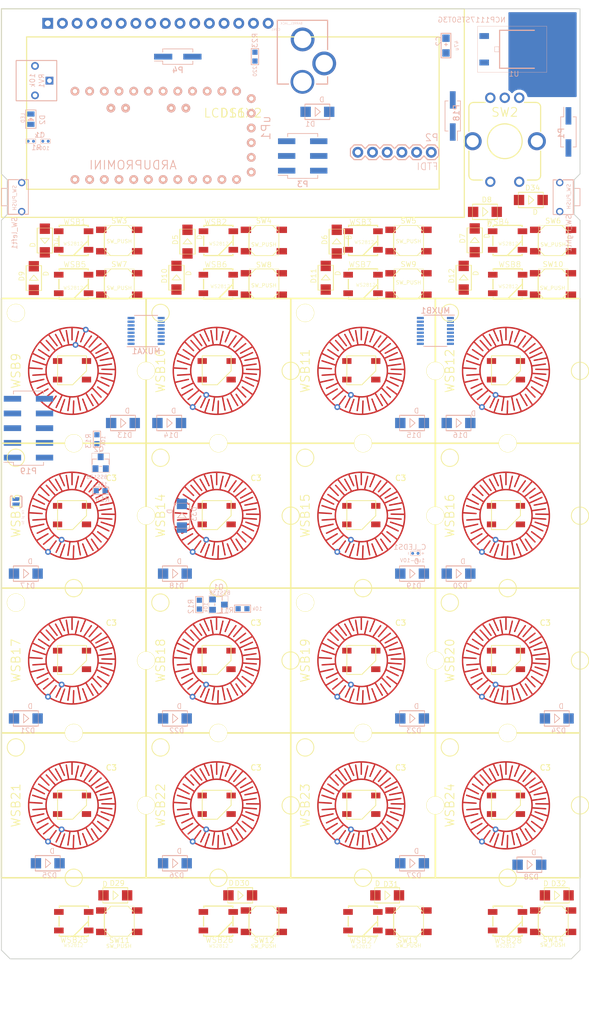
<source format=kicad_pcb>
(kicad_pcb (version 4) (host pcbnew 4.0.4-stable)
  (layers (0 F.Cu signal) (31 B.Cu signal) (34 B.Paste user) (35 F.Paste user) (36 B.SilkS user) (37 F.SilkS user) (38 B.Mask user) (39 F.Mask user) (44 Edge.Cuts user))
  (net 0 "")
  (net 1 +5V)
  (net 2 GND)
  (net 3 "Net-(C1-Pad1)")
  (net 4 /MUXBX0)
  (net 5 /MUXBX1)
  (net 6 /MUXBX2)
  (net 7 /MUXBX3)
  (net 8 /MUXBX4)
  (net 9 /MUXBX5)
  (net 10 /MUXBX6)
  (net 11 "Net-(DS1-Pad3)")
  (net 12 /LCD0)
  (net 13 /LCD1)
  (net 14 /LCD2)
  (net 15 /LCD3)
  (net 16 /LCD4)
  (net 17 /LCD5)
  (net 18 "Net-(DS1-Pad15)")
  (net 19 /SCL)
  (net 20 /SDA)
  (net 21 /PI_5V)
  (net 22 /RESET)
  (net 23 /PI_SCL)
  (net 24 /PI_SDA)
  (net 25 /PI_3V3)
  (net 26 /3vTX0)
  (net 27 /3vRX0)
  (net 28 /MUXAX3)
  (net 29 /MUXAX0)
  (net 30 /MUXAX1)
  (net 31 /MUXAX2)
  (net 32 "Net-(WSB1-Pad2)")
  (net 33 "Net-(WSB2-Pad2)")
  (net 34 "Net-(WSB3-Pad2)")
  (net 35 /SERIAL_LED_TOROW_1)
  (net 36 "Net-(WSB5-Pad2)")
  (net 37 "Net-(WSB6-Pad2)")
  (net 38 "Net-(WSB7-Pad2)")
  (net 39 /SERIAL_LED_TOROW_2)
  (net 40 "Net-(WSB10-Pad4)")
  (net 41 "Net-(WSB10-Pad2)")
  (net 42 "Net-(WSB11-Pad2)")
  (net 43 /SERIAL_LED_TOROW_3)
  (net 44 "Net-(WSB13-Pad2)")
  (net 45 "Net-(WSB14-Pad2)")
  (net 46 "Net-(WSB15-Pad2)")
  (net 47 /SERIAL_LED_TOROW_4)
  (net 48 "Net-(WSB17-Pad2)")
  (net 49 "Net-(WSB18-Pad2)")
  (net 50 "Net-(WSB19-Pad2)")
  (net 51 /SERIAL_LED_TOROW_5)
  (net 52 "Net-(WSB21-Pad2)")
  (net 53 "Net-(WSB22-Pad2)")
  (net 54 "Net-(WSB23-Pad2)")
  (net 55 /SERIAL_LED_TOROW_6)
  (net 56 "Net-(WSB25-Pad2)")
  (net 57 "Net-(WSB26-Pad2)")
  (net 58 "Net-(WSB27-Pad2)")
  (net 59 /MUXAX4)
  (net 60 "Net-(CON1-PadPWR)")
  (net 61 "Net-(D2-Pad+)")
  (net 62 "Net-(D4-Pad-)")
  (net 63 "Net-(D5-Pad-)")
  (net 64 "Net-(D6-Pad-)")
  (net 65 "Net-(D7-Pad-)")
  (net 66 "Net-(D8-Pad-)")
  (net 67 "Net-(D9-Pad-)")
  (net 68 "Net-(D10-Pad-)")
  (net 69 "Net-(D11-Pad-)")
  (net 70 "Net-(D12-Pad-)")
  (net 71 "Net-(D13-Pad-)")
  (net 72 "Net-(D14-Pad-)")
  (net 73 "Net-(D15-Pad-)")
  (net 74 "Net-(D16-Pad-)")
  (net 75 "Net-(D17-Pad-)")
  (net 76 "Net-(D18-Pad-)")
  (net 77 "Net-(D19-Pad-)")
  (net 78 "Net-(D20-Pad-)")
  (net 79 "Net-(D21-Pad-)")
  (net 80 "Net-(D22-Pad-)")
  (net 81 "Net-(D23-Pad-)")
  (net 82 "Net-(D24-Pad-)")
  (net 83 "Net-(D25-Pad-)")
  (net 84 "Net-(D26-Pad-)")
  (net 85 "Net-(D27-Pad-)")
  (net 86 "Net-(D28-Pad-)")
  (net 87 "Net-(D29-Pad-)")
  (net 88 "Net-(D30-Pad-)")
  (net 89 "Net-(D31-Pad-)")
  (net 90 "Net-(D32-Pad-)")
  (net 91 /ENCC)
  (net 92 /SERIAL_LED_PIN)
  (net 93 /MUXA_COMMON)
  (net 94 /MUXAADDR2)
  (net 95 /MUXAADDR1)
  (net 96 /MUXAADDR0)
  (net 97 /MUXB_COMMON)
  (net 98 /MUXBADDR2)
  (net 99 /MUXBADDR1)
  (net 100 /MUXBADDR0)
  (net 101 "Net-(D33-Pad-)")
  (net 102 "Net-(D34-Pad-)")
  (net 103 /PI5vRX0)
  (net 104 /PI5vTX0)
  (module Mounting_Holes:MountingHole_3mm (layer F.Cu) (at 97.5 97.5)
    (fp_text reference REF** hide)
    (fp_text value MountingHole_3mm hide)
    (pad "" np_thru_hole circle (at 0 0) (size 3 3) (drill 3) (layers *.Cu *.Mask))
  )
  (module Mounting_Holes:MountingHole_3mm (layer F.Cu) (at 2.5 102.5)
    (fp_text reference REF** hide)
    (fp_text value MountingHole_3mm hide)
    (pad "" np_thru_hole circle (at 0 0) (size 3 3) (drill 3) (layers *.Cu *.Mask))
  )
  (module Mounting_Holes:MountingHole_3mm (layer F.Cu) (at 47.5 147.5)
    (fp_text reference REF** hide)
    (fp_text value MountingHole_3mm hide)
    (pad "" np_thru_hole circle (at 0 0) (size 3 3) (drill 3) (layers *.Cu *.Mask))
  )
  (module Mounting_Holes:MountingHole_3mm (layer F.Cu) (at 52.5 102.5)
    (fp_text reference REF** hide)
    (fp_text value MountingHole_3mm hide)
    (pad "" np_thru_hole circle (at 0 0) (size 3 3) (drill 3) (layers *.Cu *.Mask))
  )
  (module Mounting_Holes:MountingHole_3mm (layer F.Cu) (at 75 62.5)
    (fp_text reference REF** hide)
    (fp_text value MountingHole_3mm hide)
    (pad "" np_thru_hole circle (at 0 0) (size 3 3) (drill 3) (layers *.Cu *.Mask))
  )
  (module Mounting_Holes:MountingHole_3mm (layer F.Cu) (at 75 87.5)
    (fp_text reference REF** hide)
    (fp_text value MountingHole_3mm hide)
    (pad "" np_thru_hole circle (at 0 0) (size 3 3) (drill 3) (layers *.Cu *.Mask))
  )
  (module Mounting_Holes:MountingHole_3mm (layer F.Cu) (at 87.5 75)
    (fp_text reference REF** hide)
    (fp_text value MountingHole_3mm hide)
    (pad "" np_thru_hole circle (at 0 0) (size 3 3) (drill 3) (layers *.Cu *.Mask))
  )
  (module Mounting_Holes:MountingHole_3mm (layer F.Cu) (at 62.5 75)
    (fp_text reference REF** hide)
    (fp_text value MountingHole_3mm hide)
    (pad "" np_thru_hole circle (at 0 0) (size 3 3) (drill 3) (layers *.Cu *.Mask))
  )
  (module Mounting_Holes:MountingHole_3mm (layer F.Cu) (at 2.5 147.5)
    (fp_text reference REF** hide)
    (fp_text value MountingHole_3mm hide)
    (pad "" np_thru_hole circle (at 0 0) (size 3 3) (drill 3) (layers *.Cu *.Mask))
  )
  (module Mounting_Holes:MountingHole_3mm (layer F.Cu) (at 97.5 147)
    (fp_text reference REF** hide)
    (fp_text value MountingHole_3mm hide)
    (pad "" np_thru_hole circle (at 0 0) (size 3 3) (drill 3) (layers *.Cu *.Mask))
  )
  (module Mounting_Holes:MountingHole_3mm (layer F.Cu) (at 75 112.5)
    (fp_text reference REF** hide)
    (fp_text value MountingHole_3mm hide)
    (pad "" np_thru_hole circle (at 0 0) (size 3 3) (drill 3) (layers *.Cu *.Mask))
  )
  (module Mounting_Holes:MountingHole_3mm (layer F.Cu) (at 75 137.5)
    (fp_text reference REF** hide)
    (fp_text value MountingHole_3mm hide)
    (pad "" np_thru_hole circle (at 0 0) (size 3 3) (drill 3) (layers *.Cu *.Mask))
  )
  (module Mounting_Holes:MountingHole_3mm (layer F.Cu) (at 87.5 125)
    (fp_text reference REF** hide)
    (fp_text value MountingHole_3mm hide)
    (pad "" np_thru_hole circle (at 0 0) (size 3 3) (drill 3) (layers *.Cu *.Mask))
  )
  (module Mounting_Holes:MountingHole_3mm (layer F.Cu) (at 62.5 125)
    (fp_text reference REF** hide)
    (fp_text value MountingHole_3mm hide)
    (pad "" np_thru_hole circle (at 0 0) (size 3 3) (drill 3) (layers *.Cu *.Mask))
  )
  (module Mounting_Holes:MountingHole_3mm (layer F.Cu) (at 25 137.5)
    (fp_text reference REF** hide)
    (fp_text value MountingHole_3mm hide)
    (pad "" np_thru_hole circle (at 0 0) (size 3 3) (drill 3) (layers *.Cu *.Mask))
  )
  (module Mounting_Holes:MountingHole_3mm (layer F.Cu) (at 37.5 125)
    (fp_text reference REF** hide)
    (fp_text value MountingHole_3mm hide)
    (pad "" np_thru_hole circle (at 0 0) (size 3 3) (drill 3) (layers *.Cu *.Mask))
  )
  (module Mounting_Holes:MountingHole_3mm (layer F.Cu) (at 12.5 125)
    (fp_text reference REF** hide)
    (fp_text value MountingHole_3mm hide)
    (pad "" np_thru_hole circle (at 0 0) (size 3 3) (drill 3) (layers *.Cu *.Mask))
  )
  (module Mounting_Holes:MountingHole_3mm (layer F.Cu) (at 25 112.5)
    (fp_text reference REF** hide)
    (fp_text value MountingHole_3mm hide)
    (pad "" np_thru_hole circle (at 0 0) (size 3 3) (drill 3) (layers *.Cu *.Mask))
  )
  (module Mounting_Holes:MountingHole_3mm (layer F.Cu) (at 47.5 97.5)
    (fp_text reference REF** hide)
    (fp_text value MountingHole_3mm hide)
    (pad "" np_thru_hole circle (at 0 0) (size 3 3) (drill 3) (layers *.Cu *.Mask))
  )
  (module Mounting_Holes:MountingHole_3mm (layer F.Cu) (at 97.5 52.5)
    (fp_text reference REF** hide)
    (fp_text value MountingHole_3mm hide)
    (pad "" np_thru_hole circle (at 0 0) (size 3 3) (drill 3) (layers *.Cu *.Mask))
  )
  (module Mounting_Holes:MountingHole_3mm (layer F.Cu) (at 52.5 52.5)
    (fp_text reference REF** hide)
    (fp_text value MountingHole_3mm hide)
    (pad "" np_thru_hole circle (at 0 0) (size 3 3) (drill 3) (layers *.Cu *.Mask))
  )
  (module Mounting_Holes:MountingHole_3mm (layer F.Cu) (at 25 62.5)
    (fp_text reference REF** hide)
    (fp_text value MountingHole_3mm hide)
    (pad "" np_thru_hole circle (at 0 0) (size 3 3) (drill 3) (layers *.Cu *.Mask))
  )
  (module Mounting_Holes:MountingHole_3mm (layer F.Cu) (at 12.5 75)
    (fp_text reference REF** hide)
    (fp_text value MountingHole_3mm hide)
    (pad "" np_thru_hole circle (at 0 0) (size 3 3) (drill 3) (layers *.Cu *.Mask))
  )
  (module Mounting_Holes:MountingHole_3mm (layer F.Cu) (at 25 87.5)
    (fp_text reference REF** hide)
    (fp_text value MountingHole_3mm hide)
    (pad "" np_thru_hole circle (at 0 0) (size 3 3) (drill 3) (layers *.Cu *.Mask))
  )
  (module lib_fp:ws2812_buttonPad (layer F.Cu) (at 0 100)
    (fp_text reference WSB9 (at 2.5 -37.5 90) (layer F.SilkS))
    (fp_text value WS2812_BUTTON hide)
    (fp_line (start 5.41 -39.24) (end 7.78 -38.48) (layer F.Cu) (width 0.254))
    (fp_line (start 4.73 -38.01) (end 7.02 -37.87) (layer F.Cu) (width 0.254))
    (fp_line (start 5.44 -36.75) (end 7.74 -36.9) (layer F.Cu) (width 0.254))
    (fp_line (start 7.31 -36.03) (end 5.03 -35.52) (layer F.Cu) (width 0.254))
    (fp_line (start 6.19 -34.48) (end 8.19 -35.42) (layer F.Cu) (width 0.254))
    (fp_line (start 6.08 -33.22) (end 8.03 -34.37) (layer F.Cu) (width 0.254))
    (fp_line (start 9.15 -34.16) (end 7.28 -32.58) (layer F.Cu) (width 0.254))
    (fp_line (start 9.44 -33.13) (end 8.1 -31.28) (layer F.Cu) (width 0.254))
    (fp_line (start 9.46 -31.19) (end 10.45 -33.25) (layer F.Cu) (width 0.254))
    (fp_line (start 10.91 -32.55) (end 10.15 -30.37) (layer F.Cu) (width 0.254))
    (fp_line (start 11.49 -30.66) (end 11.84 -32.99) (layer F.Cu) (width 0.254))
    (fp_line (start 12.49 -32.29) (end 12.42 -30.06) (layer F.Cu) (width 0.254))
    (fp_line (start 13.64 -30.74) (end 13.18 -33.09) (layer F.Cu) (width 0.254))
    (fp_line (start 14.05 -32.62) (end 14.83 -30.57) (layer F.Cu) (width 0.254))
    (fp_line (start 15.83 -31.52) (end 14.58 -33.66) (layer F.Cu) (width 0.254))
    (fp_line (start 15.57 -33.44) (end 16.77 -31.66) (layer F.Cu) (width 0.254))
    (fp_line (start 15.66 -34.6) (end 17.21 -32.98) (layer F.Cu) (width 0.254))
    (fp_line (start 16.64 -34.72) (end 18.39 -33.42) (layer F.Cu) (width 0.254))
    (fp_line (start 16.43 -35.93) (end 18.56 -34.88) (layer F.Cu) (width 0.254))
    (fp_line (start 17.25 -36.38) (end 19.37 -35.7) (layer F.Cu) (width 0.254))
    (fp_line (start 16.71 -37.07) (end 19.07 -36.91) (layer F.Cu) (width 0.254))
    (fp_line (start 17.37 -37.77) (end 19.66 -37.74) (layer F.Cu) (width 0.254))
    (fp_line (start 16.67 -38.36) (end 19.01 -38.68) (layer F.Cu) (width 0.254))
    (fp_line (start 17.09 -39.32) (end 19.33 -39.74) (layer F.Cu) (width 0.254))
    (fp_line (start 16.23 -39.68) (end 18.4 -40.65) (layer F.Cu) (width 0.254))
    (fp_line (start 16.34 -40.55) (end 18.37 -41.64) (layer F.Cu) (width 0.254))
    (fp_line (start 15.39 -40.77) (end 17.21 -42.2) (layer F.Cu) (width 0.254))
    (fp_line (start 16.73 -43.42) (end 15.17 -41.64) (layer F.Cu) (width 0.254))
    (fp_line (start 14.2 -41.6) (end 15.54 -43.51) (layer F.Cu) (width 0.254))
    (fp_line (start 13.7 -42.52) (end 14.54 -44.54) (layer F.Cu) (width 0.254))
    (fp_line (start 12.76 -42.01) (end 13.3 -44.29) (layer F.Cu) (width 0.254))
    (fp_line (start 12.2 -42.87) (end 12.2 -44.99) (layer F.Cu) (width 0.254))
    (fp_line (start 11.62 -41.98) (end 11.21 -44.45) (layer F.Cu) (width 0.254))
    (fp_line (start 10.88 -42.68) (end 10.02 -44.65) (layer F.Cu) (width 0.254))
    (fp_line (start 9.35 -43.78) (end 10.46 -41.8) (layer F.Cu) (width 0.254))
    (fp_line (start 8.16 -43.74) (end 9.61 -41.86) (layer F.Cu) (width 0.254))
    (fp_line (start 7.76 -42.74) (end 9.32 -41.02) (layer F.Cu) (width 0.254))
    (fp_line (start 6.68 -42.51) (end 8.2 -41) (layer F.Cu) (width 0.254))
    (fp_line (start 6.43 -41.16) (end 8.29 -39.93) (layer F.Cu) (width 0.254))
    (fp_line (start 5.36 -40.53) (end 7.42 -39.5) (layer F.Cu) (width 0.254))
    (fp_circle (center 12.2 -37.5) (end 19.7 -37.5) (layer F.Cu) (width 0.254))
    (fp_circle (center 12.21 -37.51) (end 16.71 -37.51) (layer F.Cu) (width 0.254))
    (pad 6 thru_hole circle (at 12.8 -41.99) (size 1.016 1.016) (drill 0.508) (layers *.Cu *.Mask) (net 29 /MUXAX0))
    (pad 5 thru_hole circle (at 14.57 -44.61) (size 1.016 1.016) (drill 0.508) (layers *.Cu *.Mask) (net 71 "Net-(D13-Pad-)"))
    (pad 1 smd rect (at 9.7 -39.2) (size 1.6 1) (layers F.Cu F.Paste F.Mask) (net 1 +5V))
    (pad 2 smd rect (at 9.7 -36) (size 1.6 1) (layers F.Cu F.Paste F.Mask) (net 40 "Net-(WSB10-Pad4)"))
    (pad 3 smd rect (at 14.7 -36) (size 1.6 1) (layers F.Cu F.Paste F.Mask) (net 2 GND))
    (pad 4 smd rect (at 14.7 -39.2) (size 1.6 1) (layers F.Cu F.Paste F.Mask) (net 39 /SERIAL_LED_TOROW_2))
    (pad ~ thru_hole circle (at 2.5 -47.5) (size 3 3) (drill 3) (layers *.Cu))
  )
  (module lib_fp:Pin_Header_Straight_2x05_Pitch2.54mm_SMD-raspi (layer B.Cu) (at 4.675 72.39)
    (fp_text reference P19 (at 0 7.41) (layer B.SilkS) (effects (justify mirror)))
    (fp_text value PIGPIO)
    (pad 1 smd rect (at -2.77 5.08) (size 3 1) (layers B.Cu B.Paste B.Mask) (net 21 /PI_5V))
    (pad 2 smd rect (at 2.77 5.08) (size 3 1) (layers B.Cu B.Paste B.Mask) (net 25 /PI_3V3))
    (pad 3 smd rect (at -2.77 2.54) (size 3 1) (layers B.Cu B.Paste B.Mask) (net 21 /PI_5V))
    (pad 4 smd rect (at 2.77 2.54) (size 3 1) (layers B.Cu B.Paste B.Mask) (net 24 /PI_SDA))
    (pad 5 smd rect (at -2.77 0) (size 3 1) (layers B.Cu B.Paste B.Mask) (net 2 GND))
    (pad 6 smd rect (at 2.77 0) (size 3 1) (layers B.Cu B.Paste B.Mask) (net 23 /PI_SCL))
    (pad 7 smd rect (at -2.77 -2.54) (size 3 1) (layers B.Cu B.Paste B.Mask) (net 26 /3vTX0))
    (pad 8 smd rect (at 2.77 -2.54) (size 3 1) (layers B.Cu B.Paste B.Mask))
    (pad 9 smd rect (at -2.77 -5.08) (size 3 1) (layers B.Cu B.Paste B.Mask) (net 27 /3vRX0))
    (pad 10 smd rect (at 2.77 -5.08) (size 3 1) (layers B.Cu B.Paste B.Mask) (net 2 GND))
  )
  (module lib_fp:ws2812_buttonPad (layer F.Cu) (at 25 100)
    (fp_text reference WSB10 (at 2.5 -37.5 90) (layer F.SilkS))
    (fp_text value WS2812_BUTTON hide)
    (fp_line (start 5.41 -39.24) (end 7.78 -38.48) (layer F.Cu) (width 0.254))
    (fp_line (start 4.73 -38.01) (end 7.02 -37.87) (layer F.Cu) (width 0.254))
    (fp_line (start 5.44 -36.75) (end 7.74 -36.9) (layer F.Cu) (width 0.254))
    (fp_line (start 7.31 -36.03) (end 5.03 -35.52) (layer F.Cu) (width 0.254))
    (fp_line (start 6.19 -34.48) (end 8.19 -35.42) (layer F.Cu) (width 0.254))
    (fp_line (start 6.08 -33.22) (end 8.03 -34.37) (layer F.Cu) (width 0.254))
    (fp_line (start 9.15 -34.16) (end 7.28 -32.58) (layer F.Cu) (width 0.254))
    (fp_line (start 9.44 -33.13) (end 8.1 -31.28) (layer F.Cu) (width 0.254))
    (fp_line (start 9.46 -31.19) (end 10.45 -33.25) (layer F.Cu) (width 0.254))
    (fp_line (start 10.91 -32.55) (end 10.15 -30.37) (layer F.Cu) (width 0.254))
    (fp_line (start 11.49 -30.66) (end 11.84 -32.99) (layer F.Cu) (width 0.254))
    (fp_line (start 12.49 -32.29) (end 12.42 -30.06) (layer F.Cu) (width 0.254))
    (fp_line (start 13.64 -30.74) (end 13.18 -33.09) (layer F.Cu) (width 0.254))
    (fp_line (start 14.05 -32.62) (end 14.83 -30.57) (layer F.Cu) (width 0.254))
    (fp_line (start 15.83 -31.52) (end 14.58 -33.66) (layer F.Cu) (width 0.254))
    (fp_line (start 15.57 -33.44) (end 16.77 -31.66) (layer F.Cu) (width 0.254))
    (fp_line (start 15.66 -34.6) (end 17.21 -32.98) (layer F.Cu) (width 0.254))
    (fp_line (start 16.64 -34.72) (end 18.39 -33.42) (layer F.Cu) (width 0.254))
    (fp_line (start 16.43 -35.93) (end 18.56 -34.88) (layer F.Cu) (width 0.254))
    (fp_line (start 17.25 -36.38) (end 19.37 -35.7) (layer F.Cu) (width 0.254))
    (fp_line (start 16.71 -37.07) (end 19.07 -36.91) (layer F.Cu) (width 0.254))
    (fp_line (start 17.37 -37.77) (end 19.66 -37.74) (layer F.Cu) (width 0.254))
    (fp_line (start 16.67 -38.36) (end 19.01 -38.68) (layer F.Cu) (width 0.254))
    (fp_line (start 17.09 -39.32) (end 19.33 -39.74) (layer F.Cu) (width 0.254))
    (fp_line (start 16.23 -39.68) (end 18.4 -40.65) (layer F.Cu) (width 0.254))
    (fp_line (start 16.34 -40.55) (end 18.37 -41.64) (layer F.Cu) (width 0.254))
    (fp_line (start 15.39 -40.77) (end 17.21 -42.2) (layer F.Cu) (width 0.254))
    (fp_line (start 16.73 -43.42) (end 15.17 -41.64) (layer F.Cu) (width 0.254))
    (fp_line (start 14.2 -41.6) (end 15.54 -43.51) (layer F.Cu) (width 0.254))
    (fp_line (start 13.7 -42.52) (end 14.54 -44.54) (layer F.Cu) (width 0.254))
    (fp_line (start 12.76 -42.01) (end 13.3 -44.29) (layer F.Cu) (width 0.254))
    (fp_line (start 12.2 -42.87) (end 12.2 -44.99) (layer F.Cu) (width 0.254))
    (fp_line (start 11.62 -41.98) (end 11.21 -44.45) (layer F.Cu) (width 0.254))
    (fp_line (start 10.88 -42.68) (end 10.02 -44.65) (layer F.Cu) (width 0.254))
    (fp_line (start 9.35 -43.78) (end 10.46 -41.8) (layer F.Cu) (width 0.254))
    (fp_line (start 8.16 -43.74) (end 9.61 -41.86) (layer F.Cu) (width 0.254))
    (fp_line (start 7.76 -42.74) (end 9.32 -41.02) (layer F.Cu) (width 0.254))
    (fp_line (start 6.68 -42.51) (end 8.2 -41) (layer F.Cu) (width 0.254))
    (fp_line (start 6.43 -41.16) (end 8.29 -39.93) (layer F.Cu) (width 0.254))
    (fp_line (start 5.36 -40.53) (end 7.42 -39.5) (layer F.Cu) (width 0.254))
    (fp_circle (center 12.2 -37.5) (end 19.7 -37.5) (layer F.Cu) (width 0.254))
    (fp_circle (center 12.21 -37.51) (end 16.71 -37.51) (layer F.Cu) (width 0.254))
    (pad 6 thru_hole circle (at 10.4 -33.35) (size 1.016 1.016) (drill 0.508) (layers *.Cu *.Mask) (net 30 /MUXAX1))
    (pad 5 thru_hole circle (at 8.05 -31.25) (size 1.016 1.016) (drill 0.508) (layers *.Cu *.Mask) (net 72 "Net-(D14-Pad-)"))
    (pad 1 smd rect (at 9.7 -39.2) (size 1.6 1) (layers F.Cu F.Paste F.Mask) (net 1 +5V))
    (pad 2 smd rect (at 9.7 -36) (size 1.6 1) (layers F.Cu F.Paste F.Mask) (net 41 "Net-(WSB10-Pad2)"))
    (pad 3 smd rect (at 14.7 -36) (size 1.6 1) (layers F.Cu F.Paste F.Mask) (net 2 GND))
    (pad 4 smd rect (at 14.7 -39.2) (size 1.6 1) (layers F.Cu F.Paste F.Mask) (net 40 "Net-(WSB10-Pad4)"))
    (pad ~ thru_hole circle (at 12.5 -25) (size 3 3) (drill 3) (layers *.Cu))
  )
  (module SparkFun-Displays:LCD-16X2 (layer F.Cu) (at 40 18)
    (fp_text reference DS1 (at 0 0) (layer F.SilkS))
    (fp_text value LCD16X2 (at 0 0) (layer F.SilkS))
    (pad 1 thru_hole rect (at -32 -15.5) (size 1.8796 1.8796) (drill 1.016) (layers *.Cu *.Mask) (net 2 GND))
    (pad 2 thru_hole circle (at -29.46 -15.5) (size 1.8796 1.8796) (drill 1.016) (layers *.Cu *.Mask) (net 1 +5V))
    (pad 3 thru_hole circle (at -26.92 -15.5) (size 1.8796 1.8796) (drill 1.016) (layers *.Cu *.Mask) (net 11 "Net-(DS1-Pad3)"))
    (pad 4 thru_hole circle (at -24.38 -15.5) (size 1.8796 1.8796) (drill 1.016) (layers *.Cu *.Mask) (net 12 /LCD0))
    (pad 5 thru_hole circle (at -21.84 -15.5) (size 1.8796 1.8796) (drill 1.016) (layers *.Cu *.Mask) (net 2 GND))
    (pad 6 thru_hole circle (at -19.3 -15.5) (size 1.8796 1.8796) (drill 1.016) (layers *.Cu *.Mask) (net 13 /LCD1))
    (pad 7 thru_hole circle (at -16.76 -15.5) (size 1.8796 1.8796) (drill 1.016) (layers *.Cu *.Mask))
    (pad 8 thru_hole circle (at -14.22 -15.5) (size 1.8796 1.8796) (drill 1.016) (layers *.Cu *.Mask))
    (pad 9 thru_hole circle (at -11.68 -15.5) (size 1.8796 1.8796) (drill 1.016) (layers *.Cu *.Mask))
    (pad 10 thru_hole circle (at -9.14 -15.5) (size 1.8796 1.8796) (drill 1.016) (layers *.Cu *.Mask))
    (pad 11 thru_hole circle (at -6.6 -15.5) (size 1.8796 1.8796) (drill 1.016) (layers *.Cu *.Mask) (net 14 /LCD2))
    (pad 12 thru_hole circle (at -4.06 -15.5) (size 1.8796 1.8796) (drill 1.016) (layers *.Cu *.Mask) (net 15 /LCD3))
    (pad 13 thru_hole circle (at -1.52 -15.5) (size 1.8796 1.8796) (drill 1.016) (layers *.Cu *.Mask) (net 16 /LCD4))
    (pad 14 thru_hole circle (at 1.02 -15.5) (size 1.8796 1.8796) (drill 1.016) (layers *.Cu *.Mask) (net 17 /LCD5))
    (pad 15 thru_hole circle (at 3.56 -15.5) (size 1.8796 1.8796) (drill 1.016) (layers *.Cu *.Mask) (net 18 "Net-(DS1-Pad15)"))
    (pad 16 thru_hole circle (at 6.1 -15.5) (size 1.8796 1.8796) (drill 1.016) (layers *.Cu *.Mask) (net 2 GND))
    (pad "" np_thru_hole circle (at -37.5 -15.5) (size 2.8 2.8) (drill 2.8) (layers *.Cu))
  )
  (module SparkFun-Electromechanical:ENCODER_LED_2 (layer F.Cu) (at 86.995 22.86 180)
    (fp_text reference SW2 (at 0 5 180) (layer F.SilkS))
    (fp_text value ROTARY_ENCODER_SWITCH hide)
    (pad A thru_hole circle (at -2.5 7.5 180) (size 1.8 1.8) (drill 1.1) (layers *.Cu *.Mask))
    (pad C thru_hole circle (at 0 7.5 180) (size 1.8 1.8) (drill 1.1) (layers *.Cu *.Mask) (net 2 GND))
    (pad B thru_hole circle (at 2.5 7.5 180) (size 1.8 1.8) (drill 1.1) (layers *.Cu *.Mask) (net 91 /ENCC))
    (pad P$1 thru_hole circle (at -5.55 0 180) (size 3.116 3.116) (drill 2.1) (layers *.Cu *.Mask))
    (pad P$2 thru_hole circle (at 5.55 0 180) (size 3.116 3.116) (drill 2.1) (layers *.Cu *.Mask))
    (pad E thru_hole circle (at 2.5 -7 180) (size 1.778 1.778) (drill 1.1) (layers *.Cu *.Mask) (net 66 "Net-(D8-Pad-)"))
    (pad D thru_hole circle (at -2.5 -7 180) (size 1.778 1.778) (drill 1.1) (layers *.Cu *.Mask) (net 59 /MUXAX4))
  )
  (module SeeedOPL-Capacitor:C0402 (layer B.Cu) (at 7.62 22.86 90)
    (fp_text reference C1 (at 1.0795 -0.9525 180) (layer B.SilkS) (effects (font (size 0.889 0.889) (thickness 0.1016)) (justify mirror)))
    (fp_text value 100n (at -1.2065 -0.508 180) (layer B.SilkS) (effects (font (size 0.635 0.635) (thickness 0.0762)) (justify mirror)))
    (pad 1 smd circle (at 0 0.46228 180) (size 0.49784 0.49784) (layers B.Cu B.Paste B.Mask) (net 3 "Net-(C1-Pad1)"))
    (pad 2 smd circle (at 0 -0.46228 180) (size 0.49784 0.49784) (layers B.Cu B.Paste B.Mask) (net 2 GND))
  )
  (module SeeedOPL-LED:LED-0805 (layer B.Cu) (at 5.08 19.05 90)
    (fp_text reference D2 (at -0.111 2 90) (layer B.SilkS) (effects (font (size 0.889 0.889) (thickness 0.1016)) (justify mirror)))
    (fp_text value LED (at 0.20574 -1.36906 90) (layer B.SilkS) (effects (font (size 0.635 0.635) (thickness 0.0762)) (justify mirror)))
    (pad + smd rect (at -0.889 0 90) (size 0.889 1.27) (layers B.Cu B.Paste B.Mask) (net 61 "Net-(D2-Pad+)"))
    (pad - smd rect (at 0.889 0 90) (size 0.889 1.27) (layers B.Cu B.Paste B.Mask) (net 2 GND))
  )
  (module SeeedOPL-Transistor:SOT-23 (layer B.Cu) (at 37.51 102.848 90)
    (fp_text reference Q1 (at 3.048 0 180) (layer B.SilkS) (effects (font (size 0.889 0.889) (thickness 0.1016)) (justify mirror)))
    (fp_text value BSS138 (at 2.032 0.254 180) (layer B.SilkS) (effects (font (size 0.635 0.635) (thickness 0.0762)) (justify mirror)))
    (pad 1 smd rect (at -0.889 -1.016 270) (size 1.016 1.143) (layers B.Cu B.Paste B.Mask) (net 25 /PI_3V3))
    (pad 2 smd rect (at 0.889 -1.016 90) (size 1.016 1.143) (layers B.Cu B.Paste B.Mask) (net 27 /3vRX0))
    (pad 3 smd rect (at 0 1.016 90) (size 1.016 1.143) (layers B.Cu B.Paste B.Mask) (net 103 /PI5vRX0))
  )
  (module SeeedOPL-Transistor:SOT-23 (layer B.Cu) (at 17.145 78.359 180)
    (fp_text reference Q2 (at 0.3175 2.3495 180) (layer B.SilkS) (effects (font (size 0.889 0.889) (thickness 0.1016)) (justify mirror)))
    (fp_text value BSS138 (at 0.635 -2.4765 180) (layer B.SilkS) (effects (font (size 0.635 0.635) (thickness 0.0762)) (justify mirror)))
    (pad 1 smd rect (at -0.889 -1.016) (size 1.016 1.143) (layers B.Cu B.Paste B.Mask) (net 25 /PI_3V3))
    (pad 2 smd rect (at 0.889 -1.016 180) (size 1.016 1.143) (layers B.Cu B.Paste B.Mask) (net 26 /3vTX0))
    (pad 3 smd rect (at 0 1.016 180) (size 1.016 1.143) (layers B.Cu B.Paste B.Mask) (net 104 /PI5vTX0))
  )
  (module SeeedOPL-Resistor:R0402 (layer B.Cu) (at 5.08 22.86 270)
    (fp_text reference R1 (at 1.0795 -0.9525 360) (layer B.SilkS) (effects (font (size 0.889 0.889) (thickness 0.1016)) (justify mirror)))
    (fp_text value 1k (at -1.0795 -1.397 360) (layer B.SilkS) (effects (font (size 0.889 0.889) (thickness 0.1016)) (justify mirror)))
    (pad 1 smd circle (at 0 0.46228) (size 0.49784 0.49784) (layers B.Cu B.Paste B.Mask) (net 1 +5V))
    (pad 2 smd circle (at 0 -0.46228) (size 0.49784 0.49784) (layers B.Cu B.Paste B.Mask) (net 61 "Net-(D2-Pad+)"))
  )
  (module SeeedOPL-Resistor:R0603 (layer B.Cu) (at 41.67 103.554 270)
    (fp_text reference R11 (at 0.254 2.794 540) (layer B.SilkS) (effects (font (size 0.889 0.889) (thickness 0.1016)) (justify mirror)))
    (fp_text value 10k (at 0 -2.54 540) (layer B.SilkS) (effects (font (size 0.635 0.635) (thickness 0.0762)) (justify mirror)))
    (pad 1 smd rect (at 0 0.762) (size 0.889 0.889) (layers B.Cu B.Paste B.Mask) (net 103 /PI5vRX0))
    (pad 2 smd rect (at 0 -0.762) (size 0.889 0.889) (layers B.Cu B.Paste B.Mask) (net 1 +5V))
  )
  (module SeeedOPL-Resistor:R0603 (layer B.Cu) (at 34.208 102.848)
    (fp_text reference R12 (at -1.4605 0.3175 270) (layer B.SilkS) (effects (font (size 0.889 0.889) (thickness 0.1016)) (justify mirror)))
    (fp_text value 10k (at 1.11506 0.508 270) (layer B.SilkS) (effects (font (size 0.635 0.635) (thickness 0.0762)) (justify mirror)))
    (pad 1 smd rect (at 0 0.762 90) (size 0.889 0.889) (layers B.Cu B.Paste B.Mask) (net 25 /PI_3V3))
    (pad 2 smd rect (at 0 -0.762 90) (size 0.889 0.889) (layers B.Cu B.Paste B.Mask) (net 27 /3vRX0))
  )
  (module SeeedOPL-Resistor:R0603 (layer B.Cu) (at 16.5 74.295)
    (fp_text reference R13 (at -1.4605 0.3175 270) (layer B.SilkS) (effects (font (size 0.889 0.889) (thickness 0.1016)) (justify mirror)))
    (fp_text value 10k (at 1.11506 0.29972 270) (layer B.SilkS) (effects (font (size 0.635 0.635) (thickness 0.0762)) (justify mirror)))
    (pad 1 smd rect (at 0 0.762 90) (size 0.889 0.889) (layers B.Cu B.Paste B.Mask) (net 104 /PI5vTX0))
    (pad 2 smd rect (at 0 -0.762 90) (size 0.889 0.889) (layers B.Cu B.Paste B.Mask) (net 1 +5V))
  )
  (module SeeedOPL-Resistor:R0603 (layer B.Cu) (at 17.145 83.185 90)
    (fp_text reference R14 (at -1.4605 0.3175 360) (layer B.SilkS) (effects (font (size 0.889 0.889) (thickness 0.1016)) (justify mirror)))
    (fp_text value 10k (at 1.11506 0.29972 360) (layer B.SilkS) (effects (font (size 0.635 0.635) (thickness 0.0762)) (justify mirror)))
    (pad 1 smd rect (at 0 0.762 180) (size 0.889 0.889) (layers B.Cu B.Paste B.Mask) (net 25 /PI_3V3))
    (pad 2 smd rect (at 0 -0.762 180) (size 0.889 0.889) (layers B.Cu B.Paste B.Mask) (net 26 /3vTX0))
  )
  (module SeeedOPL-Resistor:R0603 (layer B.Cu) (at 43.815 8.255)
    (fp_text reference R23 (at 0 -2.794 270) (layer B.SilkS) (effects (font (size 0.889 0.889) (thickness 0.1016)) (justify mirror)))
    (fp_text value 220 (at 0 2.54 270) (layer B.SilkS) (effects (font (size 0.635 0.635) (thickness 0.0762)) (justify mirror)))
    (pad 1 smd rect (at 0 0.762 90) (size 0.889 0.889) (layers B.Cu B.Paste B.Mask) (net 1 +5V))
    (pad 2 smd rect (at 0 -0.762 90) (size 0.889 0.889) (layers B.Cu B.Paste B.Mask) (net 18 "Net-(DS1-Pad15)"))
  )
  (module SeeedOPL-IC:TO-252 (layer B.Cu) (at 88.265 6.985 90)
    (fp_text reference U1 (at -4.2545 0.3175 360) (layer B.SilkS) (effects (font (size 0.889 0.889) (thickness 0.1016)) (justify mirror)))
    (fp_text value NCP1117ST50T3G (at 5.08 -6.985 180) (layer B.SilkS) (effects (font (size 0.889 0.889) (thickness 0.1016)) (justify mirror)))
    (pad 1 smd rect (at -2.286 -4.826 90) (size 1.016 1.651) (layers B.Cu B.Paste B.Mask) (net 2 GND))
    (pad 2 smd rect (at 0 2.49936 90) (size 5.29844 6.1976) (layers B.Cu B.Paste B.Mask) (net 1 +5V))
    (pad 3 smd rect (at 2.286 -4.826 90) (size 1.016 1.651) (layers B.Cu B.Paste B.Mask) (net 3 "Net-(C1-Pad1)"))
  )
  (module SparkFun-Connectors:POWER_JACK_PTH_LOCK (layer B.Cu) (at 52.0254 -1.27)
    (fp_text reference CON1 (at -3.81 5.08) (layer B.SilkS) (effects (font (size 0.38608 0.38608) (thickness 0.032512)) (justify left bottom mirror)))
    (fp_text value BARREL_JACK (at 0.0446 4.017) (layer B.SilkS) (effects (font (size 0.38608 0.38608) (thickness 0.032512)) (justify left bottom mirror)))
    (pad PWR thru_hole circle (at 0 13.8778) (size 4.1148 4.1148) (drill 3.2) (layers *.Cu *.Mask) (net 60 "Net-(CON1-PadPWR)"))
    (pad GND thru_hole circle (at 0.0254 6.557) (size 4.1148 4.1148) (drill 2.9972) (layers *.Cu *.Mask) (net 2 GND))
    (pad GNDB thru_hole circle (at 3.7616 10.7 270) (size 4.1148 4.1148) (drill 2.9972) (layers *.Cu *.Mask))
  )
  (module SparkFun-Passives:PAD-JUMPER-2-NO_YES_SILK (layer B.Cu) (at 2.54 85.09 270)
    (fp_text reference JP2 hide)
    (fp_text value "tie pi 5v" (at 1.4 -1.4 270) (layer B.SilkS) (effects (font (size 0.38608 0.38608) (thickness 0.032512)) (justify left bottom mirror)))
    (pad 1 smd rect (at -0.45 0 270) (size 0.635 1.27) (layers B.Cu B.Paste B.Mask) (net 21 /PI_5V))
    (pad 2 smd rect (at 0.45 0 270) (size 0.635 1.27) (layers B.Cu B.Paste B.Mask) (net 1 +5V))
  )
  (module ws2812_button:WS2812B (layer F.Cu) (at 12.477 40)
    (fp_text reference WSB1 (at -1.809 -2.662) (layer F.SilkS) (effects (font (size 0.9652 0.9652) (thickness 0.08128)) (justify left bottom)))
    (fp_text value WS2812 (at -1.809 0.894) (layer F.SilkS) (effects (font (size 0.57912 0.57912) (thickness 0.048768)) (justify left bottom)))
    (pad 1 smd rect (at -2.577 -1.6) (size 1.651 1) (layers F.Cu F.Paste F.Mask) (net 1 +5V))
    (pad 4 smd rect (at 2.577 -1.6) (size 1.651 1) (layers F.Cu F.Paste F.Mask) (net 92 /SERIAL_LED_PIN))
    (pad 3 smd rect (at 2.577 1.6) (size 1.651 1) (layers F.Cu F.Paste F.Mask) (net 2 GND))
    (pad 2 smd rect (at -2.577 1.6) (size 1.651 1) (layers F.Cu F.Paste F.Mask) (net 32 "Net-(WSB1-Pad2)"))
  )
  (module ws2812_button:WS2812B (layer F.Cu) (at 37.5 40)
    (fp_text reference WSB2 (at -2.4892 -2.616203) (layer F.SilkS) (effects (font (size 0.9652 0.9652) (thickness 0.08128)) (justify left bottom)))
    (fp_text value WS2812 (at -1.686 0.894) (layer F.SilkS) (effects (font (size 0.57912 0.57912) (thickness 0.048768)) (justify left bottom)))
    (pad 1 smd rect (at -2.577 -1.6) (size 1.651 1) (layers F.Cu F.Paste F.Mask) (net 1 +5V))
    (pad 4 smd rect (at 2.577 -1.6) (size 1.651 1) (layers F.Cu F.Paste F.Mask) (net 32 "Net-(WSB1-Pad2)"))
    (pad 3 smd rect (at 2.577 1.6) (size 1.651 1) (layers F.Cu F.Paste F.Mask) (net 2 GND))
    (pad 2 smd rect (at -2.577 1.6) (size 1.651 1) (layers F.Cu F.Paste F.Mask) (net 33 "Net-(WSB2-Pad2)"))
  )
  (module ws2812_button:WS2812B (layer F.Cu) (at 62.5 40)
    (fp_text reference WSB3 (at -2.4384 -2.611122) (layer F.SilkS) (effects (font (size 0.9652 0.9652) (thickness 0.08128)) (justify left bottom)))
    (fp_text value WS2812 (at -1.54 0.64) (layer F.SilkS) (effects (font (size 0.57912 0.57912) (thickness 0.048768)) (justify left bottom)))
    (pad 1 smd rect (at -2.577 -1.6) (size 1.651 1) (layers F.Cu F.Paste F.Mask) (net 1 +5V))
    (pad 4 smd rect (at 2.577 -1.6) (size 1.651 1) (layers F.Cu F.Paste F.Mask) (net 33 "Net-(WSB2-Pad2)"))
    (pad 3 smd rect (at 2.577 1.6) (size 1.651 1) (layers F.Cu F.Paste F.Mask) (net 2 GND))
    (pad 2 smd rect (at -2.577 1.6) (size 1.651 1) (layers F.Cu F.Paste F.Mask) (net 34 "Net-(WSB3-Pad2)"))
  )
  (module ws2812_button:WS2812B (layer F.Cu) (at 87.477 40)
    (fp_text reference WSB4 (at -3.657 -2.662) (layer F.SilkS) (effects (font (size 0.9652 0.9652) (thickness 0.08128)) (justify left bottom)))
    (fp_text value WS2812 (at -1.625 0.894) (layer F.SilkS) (effects (font (size 0.57912 0.57912) (thickness 0.048768)) (justify left bottom)))
    (pad 1 smd rect (at -2.577 -1.6) (size 1.651 1) (layers F.Cu F.Paste F.Mask) (net 1 +5V))
    (pad 4 smd rect (at 2.577 -1.6) (size 1.651 1) (layers F.Cu F.Paste F.Mask) (net 34 "Net-(WSB3-Pad2)"))
    (pad 3 smd rect (at 2.577 1.6) (size 1.651 1) (layers F.Cu F.Paste F.Mask) (net 2 GND))
    (pad 2 smd rect (at -2.577 1.6) (size 1.651 1) (layers F.Cu F.Paste F.Mask) (net 35 /SERIAL_LED_TOROW_1))
  )
  (module ws2812_button:WS2812B (layer F.Cu) (at 12.477 47.5)
    (fp_text reference WSB5 (at -1.809 -2.796) (layer F.SilkS) (effects (font (size 0.9652 0.9652) (thickness 0.08128)) (justify left bottom)))
    (fp_text value WS2812 (at -1.809 1.014) (layer F.SilkS) (effects (font (size 0.57912 0.57912) (thickness 0.048768)) (justify left bottom)))
    (pad 1 smd rect (at -2.577 -1.6) (size 1.651 1) (layers F.Cu F.Paste F.Mask) (net 1 +5V))
    (pad 4 smd rect (at 2.577 -1.6) (size 1.651 1) (layers F.Cu F.Paste F.Mask) (net 35 /SERIAL_LED_TOROW_1))
    (pad 3 smd rect (at 2.577 1.6) (size 1.651 1) (layers F.Cu F.Paste F.Mask) (net 2 GND))
    (pad 2 smd rect (at -2.577 1.6) (size 1.651 1) (layers F.Cu F.Paste F.Mask) (net 36 "Net-(WSB5-Pad2)"))
  )
  (module ws2812_button:WS2812B (layer F.Cu) (at 37.477 47.5)
    (fp_text reference WSB6 (at -2.425 -2.796) (layer F.SilkS) (effects (font (size 0.9652 0.9652) (thickness 0.08128)) (justify left bottom)))
    (fp_text value WS2812 (at -1.409 0.76) (layer F.SilkS) (effects (font (size 0.57912 0.57912) (thickness 0.048768)) (justify left bottom)))
    (pad 1 smd rect (at -2.577 -1.6) (size 1.651 1) (layers F.Cu F.Paste F.Mask) (net 1 +5V))
    (pad 4 smd rect (at 2.577 -1.6) (size 1.651 1) (layers F.Cu F.Paste F.Mask) (net 36 "Net-(WSB5-Pad2)"))
    (pad 3 smd rect (at 2.577 1.6) (size 1.651 1) (layers F.Cu F.Paste F.Mask) (net 2 GND))
    (pad 2 smd rect (at -2.577 1.6) (size 1.651 1) (layers F.Cu F.Paste F.Mask) (net 37 "Net-(WSB6-Pad2)"))
  )
  (module ws2812_button:WS2812B (layer F.Cu) (at 62.5 47.5)
    (fp_text reference WSB7 (at -2.556 -2.796) (layer F.SilkS) (effects (font (size 0.9652 0.9652) (thickness 0.08128)) (justify left bottom)))
    (fp_text value WS2812 (at -1.286 0.506) (layer F.SilkS) (effects (font (size 0.57912 0.57912) (thickness 0.048768)) (justify left bottom)))
    (pad 1 smd rect (at -2.577 -1.6) (size 1.651 1) (layers F.Cu F.Paste F.Mask) (net 1 +5V))
    (pad 4 smd rect (at 2.577 -1.6) (size 1.651 1) (layers F.Cu F.Paste F.Mask) (net 37 "Net-(WSB6-Pad2)"))
    (pad 3 smd rect (at 2.577 1.6) (size 1.651 1) (layers F.Cu F.Paste F.Mask) (net 2 GND))
    (pad 2 smd rect (at -2.577 1.6) (size 1.651 1) (layers F.Cu F.Paste F.Mask) (net 38 "Net-(WSB7-Pad2)"))
  )
  (module ws2812_button:WS2812B (layer F.Cu) (at 87.5 47.5)
    (fp_text reference WSB8 (at -1.648 -2.796) (layer F.SilkS) (effects (font (size 0.9652 0.9652) (thickness 0.08128)) (justify left bottom)))
    (fp_text value WS2812 (at -1.648 0.76) (layer F.SilkS) (effects (font (size 0.57912 0.57912) (thickness 0.048768)) (justify left bottom)))
    (pad 1 smd rect (at -2.577 -1.6) (size 1.651 1) (layers F.Cu F.Paste F.Mask) (net 1 +5V))
    (pad 4 smd rect (at 2.577 -1.6) (size 1.651 1) (layers F.Cu F.Paste F.Mask) (net 38 "Net-(WSB7-Pad2)"))
    (pad 3 smd rect (at 2.577 1.6) (size 1.651 1) (layers F.Cu F.Paste F.Mask) (net 2 GND))
    (pad 2 smd rect (at -2.577 1.6) (size 1.651 1) (layers F.Cu F.Paste F.Mask) (net 39 /SERIAL_LED_TOROW_2))
  )
  (module ws2812_button:WS2812B (layer F.Cu) (at 12.5 157.5)
    (fp_text reference WSB25 (at -2.4 3.8) (layer F.SilkS) (effects (font (size 0.9652 0.9652) (thickness 0.08128)) (justify left bottom)))
    (fp_text value WS2812 (at -1.8 4.5) (layer F.SilkS) (effects (font (size 0.57912 0.57912) (thickness 0.048768)) (justify left bottom)))
    (pad 1 smd rect (at -2.577 -1.6) (size 1.651 1) (layers F.Cu F.Paste F.Mask) (net 1 +5V))
    (pad 4 smd rect (at 2.577 -1.6) (size 1.651 1) (layers F.Cu F.Paste F.Mask) (net 55 /SERIAL_LED_TOROW_6))
    (pad 3 smd rect (at 2.577 1.6) (size 1.651 1) (layers F.Cu F.Paste F.Mask) (net 2 GND))
    (pad 2 smd rect (at -2.577 1.6) (size 1.651 1) (layers F.Cu F.Paste F.Mask) (net 56 "Net-(WSB25-Pad2)"))
  )
  (module ws2812_button:WS2812B (layer F.Cu) (at 37.477 157.5)
    (fp_text reference WSB26 (at -2.277 3.8) (layer F.SilkS) (effects (font (size 0.9652 0.9652) (thickness 0.08128)) (justify left bottom)))
    (fp_text value WS2812 (at -1.677 4.6) (layer F.SilkS) (effects (font (size 0.57912 0.57912) (thickness 0.048768)) (justify left bottom)))
    (pad 1 smd rect (at -2.577 -1.6) (size 1.651 1) (layers F.Cu F.Paste F.Mask) (net 1 +5V))
    (pad 4 smd rect (at 2.577 -1.6) (size 1.651 1) (layers F.Cu F.Paste F.Mask) (net 56 "Net-(WSB25-Pad2)"))
    (pad 3 smd rect (at 2.577 1.6) (size 1.651 1) (layers F.Cu F.Paste F.Mask) (net 2 GND))
    (pad 2 smd rect (at -2.577 1.6) (size 1.651 1) (layers F.Cu F.Paste F.Mask) (net 57 "Net-(WSB26-Pad2)"))
  )
  (module ws2812_button:WS2812B (layer F.Cu) (at 62.477 157.5)
    (fp_text reference WSB27 (at -2.377 3.9) (layer F.SilkS) (effects (font (size 0.9652 0.9652) (thickness 0.08128)) (justify left bottom)))
    (fp_text value WS2812 (at -1.977 4.7) (layer F.SilkS) (effects (font (size 0.57912 0.57912) (thickness 0.048768)) (justify left bottom)))
    (pad 1 smd rect (at -2.577 -1.6) (size 1.651 1) (layers F.Cu F.Paste F.Mask) (net 1 +5V))
    (pad 4 smd rect (at 2.577 -1.6) (size 1.651 1) (layers F.Cu F.Paste F.Mask) (net 57 "Net-(WSB26-Pad2)"))
    (pad 3 smd rect (at 2.577 1.6) (size 1.651 1) (layers F.Cu F.Paste F.Mask) (net 2 GND))
    (pad 2 smd rect (at -2.577 1.6) (size 1.651 1) (layers F.Cu F.Paste F.Mask) (net 58 "Net-(WSB27-Pad2)"))
  )
  (module ws2812_button:WS2812B (layer F.Cu) (at 87.477 157.5)
    (fp_text reference WSB28 (at -2.377 3.9) (layer F.SilkS) (effects (font (size 0.9652 0.9652) (thickness 0.08128)) (justify left bottom)))
    (fp_text value WS2812 (at -2.077 4.6) (layer F.SilkS) (effects (font (size 0.57912 0.57912) (thickness 0.048768)) (justify left bottom)))
    (pad 1 smd rect (at -2.577 -1.6) (size 1.651 1) (layers F.Cu F.Paste F.Mask) (net 1 +5V))
    (pad 4 smd rect (at 2.577 -1.6) (size 1.651 1) (layers F.Cu F.Paste F.Mask) (net 58 "Net-(WSB27-Pad2)"))
    (pad 3 smd rect (at 2.577 1.6) (size 1.651 1) (layers F.Cu F.Paste F.Mask) (net 2 GND))
    (pad 2 smd rect (at -2.577 1.6) (size 1.651 1) (layers F.Cu F.Paste F.Mask))
  )
  (module lib_fp:ws2812_buttonPad (layer F.Cu) (at 50 100)
    (fp_text reference WSB11 (at 2.5 -37.5 90) (layer F.SilkS))
    (fp_text value WS2812_BUTTON hide)
    (fp_line (start 5.41 -39.24) (end 7.78 -38.48) (layer F.Cu) (width 0.254))
    (fp_line (start 4.73 -38.01) (end 7.02 -37.87) (layer F.Cu) (width 0.254))
    (fp_line (start 5.44 -36.75) (end 7.74 -36.9) (layer F.Cu) (width 0.254))
    (fp_line (start 7.31 -36.03) (end 5.03 -35.52) (layer F.Cu) (width 0.254))
    (fp_line (start 6.19 -34.48) (end 8.19 -35.42) (layer F.Cu) (width 0.254))
    (fp_line (start 6.08 -33.22) (end 8.03 -34.37) (layer F.Cu) (width 0.254))
    (fp_line (start 9.15 -34.16) (end 7.28 -32.58) (layer F.Cu) (width 0.254))
    (fp_line (start 9.44 -33.13) (end 8.1 -31.28) (layer F.Cu) (width 0.254))
    (fp_line (start 9.46 -31.19) (end 10.45 -33.25) (layer F.Cu) (width 0.254))
    (fp_line (start 10.91 -32.55) (end 10.15 -30.37) (layer F.Cu) (width 0.254))
    (fp_line (start 11.49 -30.66) (end 11.84 -32.99) (layer F.Cu) (width 0.254))
    (fp_line (start 12.49 -32.29) (end 12.42 -30.06) (layer F.Cu) (width 0.254))
    (fp_line (start 13.64 -30.74) (end 13.18 -33.09) (layer F.Cu) (width 0.254))
    (fp_line (start 14.05 -32.62) (end 14.83 -30.57) (layer F.Cu) (width 0.254))
    (fp_line (start 15.83 -31.52) (end 14.58 -33.66) (layer F.Cu) (width 0.254))
    (fp_line (start 15.57 -33.44) (end 16.77 -31.66) (layer F.Cu) (width 0.254))
    (fp_line (start 15.66 -34.6) (end 17.21 -32.98) (layer F.Cu) (width 0.254))
    (fp_line (start 16.64 -34.72) (end 18.39 -33.42) (layer F.Cu) (width 0.254))
    (fp_line (start 16.43 -35.93) (end 18.56 -34.88) (layer F.Cu) (width 0.254))
    (fp_line (start 17.25 -36.38) (end 19.37 -35.7) (layer F.Cu) (width 0.254))
    (fp_line (start 16.71 -37.07) (end 19.07 -36.91) (layer F.Cu) (width 0.254))
    (fp_line (start 17.37 -37.77) (end 19.66 -37.74) (layer F.Cu) (width 0.254))
    (fp_line (start 16.67 -38.36) (end 19.01 -38.68) (layer F.Cu) (width 0.254))
    (fp_line (start 17.09 -39.32) (end 19.33 -39.74) (layer F.Cu) (width 0.254))
    (fp_line (start 16.23 -39.68) (end 18.4 -40.65) (layer F.Cu) (width 0.254))
    (fp_line (start 16.34 -40.55) (end 18.37 -41.64) (layer F.Cu) (width 0.254))
    (fp_line (start 15.39 -40.77) (end 17.21 -42.2) (layer F.Cu) (width 0.254))
    (fp_line (start 16.73 -43.42) (end 15.17 -41.64) (layer F.Cu) (width 0.254))
    (fp_line (start 14.2 -41.6) (end 15.54 -43.51) (layer F.Cu) (width 0.254))
    (fp_line (start 13.7 -42.52) (end 14.54 -44.54) (layer F.Cu) (width 0.254))
    (fp_line (start 12.76 -42.01) (end 13.3 -44.29) (layer F.Cu) (width 0.254))
    (fp_line (start 12.2 -42.87) (end 12.2 -44.99) (layer F.Cu) (width 0.254))
    (fp_line (start 11.62 -41.98) (end 11.21 -44.45) (layer F.Cu) (width 0.254))
    (fp_line (start 10.88 -42.68) (end 10.02 -44.65) (layer F.Cu) (width 0.254))
    (fp_line (start 9.35 -43.78) (end 10.46 -41.8) (layer F.Cu) (width 0.254))
    (fp_line (start 8.16 -43.74) (end 9.61 -41.86) (layer F.Cu) (width 0.254))
    (fp_line (start 7.76 -42.74) (end 9.32 -41.02) (layer F.Cu) (width 0.254))
    (fp_line (start 6.68 -42.51) (end 8.2 -41) (layer F.Cu) (width 0.254))
    (fp_line (start 6.43 -41.16) (end 8.29 -39.93) (layer F.Cu) (width 0.254))
    (fp_line (start 5.36 -40.53) (end 7.42 -39.5) (layer F.Cu) (width 0.254))
    (fp_circle (center 12.2 -37.5) (end 19.7 -37.5) (layer F.Cu) (width 0.254))
    (fp_circle (center 12.21 -37.51) (end 16.71 -37.51) (layer F.Cu) (width 0.254))
    (pad 6 thru_hole circle (at 10.4 -33.35) (size 1.016 1.016) (drill 0.508) (layers *.Cu *.Mask) (net 31 /MUXAX2))
    (pad 5 thru_hole circle (at 8.05 -31.25) (size 1.016 1.016) (drill 0.508) (layers *.Cu *.Mask) (net 73 "Net-(D15-Pad-)"))
    (pad 1 smd rect (at 9.7 -39.2) (size 1.6 1) (layers F.Cu F.Paste F.Mask) (net 1 +5V))
    (pad 2 smd rect (at 9.7 -36) (size 1.6 1) (layers F.Cu F.Paste F.Mask) (net 42 "Net-(WSB11-Pad2)"))
    (pad 3 smd rect (at 14.7 -36) (size 1.6 1) (layers F.Cu F.Paste F.Mask) (net 2 GND))
    (pad 4 smd rect (at 14.7 -39.2) (size 1.6 1) (layers F.Cu F.Paste F.Mask) (net 41 "Net-(WSB10-Pad2)"))
  )
  (module lib_fp:ws2812_buttonPad (layer F.Cu) (at 75 100)
    (fp_text reference WSB12 (at 2.5 -37.5 90) (layer F.SilkS))
    (fp_text value WS2812_BUTTON hide)
    (fp_line (start 5.41 -39.24) (end 7.78 -38.48) (layer F.Cu) (width 0.254))
    (fp_line (start 4.73 -38.01) (end 7.02 -37.87) (layer F.Cu) (width 0.254))
    (fp_line (start 5.44 -36.75) (end 7.74 -36.9) (layer F.Cu) (width 0.254))
    (fp_line (start 7.31 -36.03) (end 5.03 -35.52) (layer F.Cu) (width 0.254))
    (fp_line (start 6.19 -34.48) (end 8.19 -35.42) (layer F.Cu) (width 0.254))
    (fp_line (start 6.08 -33.22) (end 8.03 -34.37) (layer F.Cu) (width 0.254))
    (fp_line (start 9.15 -34.16) (end 7.28 -32.58) (layer F.Cu) (width 0.254))
    (fp_line (start 9.44 -33.13) (end 8.1 -31.28) (layer F.Cu) (width 0.254))
    (fp_line (start 9.46 -31.19) (end 10.45 -33.25) (layer F.Cu) (width 0.254))
    (fp_line (start 10.91 -32.55) (end 10.15 -30.37) (layer F.Cu) (width 0.254))
    (fp_line (start 11.49 -30.66) (end 11.84 -32.99) (layer F.Cu) (width 0.254))
    (fp_line (start 12.49 -32.29) (end 12.42 -30.06) (layer F.Cu) (width 0.254))
    (fp_line (start 13.64 -30.74) (end 13.18 -33.09) (layer F.Cu) (width 0.254))
    (fp_line (start 14.05 -32.62) (end 14.83 -30.57) (layer F.Cu) (width 0.254))
    (fp_line (start 15.83 -31.52) (end 14.58 -33.66) (layer F.Cu) (width 0.254))
    (fp_line (start 15.57 -33.44) (end 16.77 -31.66) (layer F.Cu) (width 0.254))
    (fp_line (start 15.66 -34.6) (end 17.21 -32.98) (layer F.Cu) (width 0.254))
    (fp_line (start 16.64 -34.72) (end 18.39 -33.42) (layer F.Cu) (width 0.254))
    (fp_line (start 16.43 -35.93) (end 18.56 -34.88) (layer F.Cu) (width 0.254))
    (fp_line (start 17.25 -36.38) (end 19.37 -35.7) (layer F.Cu) (width 0.254))
    (fp_line (start 16.71 -37.07) (end 19.07 -36.91) (layer F.Cu) (width 0.254))
    (fp_line (start 17.37 -37.77) (end 19.66 -37.74) (layer F.Cu) (width 0.254))
    (fp_line (start 16.67 -38.36) (end 19.01 -38.68) (layer F.Cu) (width 0.254))
    (fp_line (start 17.09 -39.32) (end 19.33 -39.74) (layer F.Cu) (width 0.254))
    (fp_line (start 16.23 -39.68) (end 18.4 -40.65) (layer F.Cu) (width 0.254))
    (fp_line (start 16.34 -40.55) (end 18.37 -41.64) (layer F.Cu) (width 0.254))
    (fp_line (start 15.39 -40.77) (end 17.21 -42.2) (layer F.Cu) (width 0.254))
    (fp_line (start 16.73 -43.42) (end 15.17 -41.64) (layer F.Cu) (width 0.254))
    (fp_line (start 14.2 -41.6) (end 15.54 -43.51) (layer F.Cu) (width 0.254))
    (fp_line (start 13.7 -42.52) (end 14.54 -44.54) (layer F.Cu) (width 0.254))
    (fp_line (start 12.76 -42.01) (end 13.3 -44.29) (layer F.Cu) (width 0.254))
    (fp_line (start 12.2 -42.87) (end 12.2 -44.99) (layer F.Cu) (width 0.254))
    (fp_line (start 11.62 -41.98) (end 11.21 -44.45) (layer F.Cu) (width 0.254))
    (fp_line (start 10.88 -42.68) (end 10.02 -44.65) (layer F.Cu) (width 0.254))
    (fp_line (start 9.35 -43.78) (end 10.46 -41.8) (layer F.Cu) (width 0.254))
    (fp_line (start 8.16 -43.74) (end 9.61 -41.86) (layer F.Cu) (width 0.254))
    (fp_line (start 7.76 -42.74) (end 9.32 -41.02) (layer F.Cu) (width 0.254))
    (fp_line (start 6.68 -42.51) (end 8.2 -41) (layer F.Cu) (width 0.254))
    (fp_line (start 6.43 -41.16) (end 8.29 -39.93) (layer F.Cu) (width 0.254))
    (fp_line (start 5.36 -40.53) (end 7.42 -39.5) (layer F.Cu) (width 0.254))
    (fp_circle (center 12.2 -37.5) (end 19.7 -37.5) (layer F.Cu) (width 0.254))
    (fp_circle (center 12.21 -37.51) (end 16.71 -37.51) (layer F.Cu) (width 0.254))
    (pad 6 thru_hole circle (at 10.4 -33.35) (size 1.016 1.016) (drill 0.508) (layers *.Cu *.Mask) (net 28 /MUXAX3))
    (pad 5 thru_hole circle (at 8.05 -31.25) (size 1.016 1.016) (drill 0.508) (layers *.Cu *.Mask) (net 74 "Net-(D16-Pad-)"))
    (pad 1 smd rect (at 9.7 -39.2) (size 1.6 1) (layers F.Cu F.Paste F.Mask) (net 1 +5V))
    (pad 2 smd rect (at 9.7 -36) (size 1.6 1) (layers F.Cu F.Paste F.Mask) (net 43 /SERIAL_LED_TOROW_3))
    (pad 3 smd rect (at 14.7 -36) (size 1.6 1) (layers F.Cu F.Paste F.Mask) (net 2 GND))
    (pad 4 smd rect (at 14.7 -39.2) (size 1.6 1) (layers F.Cu F.Paste F.Mask) (net 42 "Net-(WSB11-Pad2)"))
  )
  (module lib_fp:ws2812_buttonPad (layer F.Cu) (at 0 125)
    (fp_text reference WSB13 (at 2.5 -37.5 90) (layer F.SilkS))
    (fp_text value WS2812_BUTTON hide)
    (fp_line (start 5.41 -39.24) (end 7.78 -38.48) (layer F.Cu) (width 0.254))
    (fp_line (start 4.73 -38.01) (end 7.02 -37.87) (layer F.Cu) (width 0.254))
    (fp_line (start 5.44 -36.75) (end 7.74 -36.9) (layer F.Cu) (width 0.254))
    (fp_line (start 7.31 -36.03) (end 5.03 -35.52) (layer F.Cu) (width 0.254))
    (fp_line (start 6.19 -34.48) (end 8.19 -35.42) (layer F.Cu) (width 0.254))
    (fp_line (start 6.08 -33.22) (end 8.03 -34.37) (layer F.Cu) (width 0.254))
    (fp_line (start 9.15 -34.16) (end 7.28 -32.58) (layer F.Cu) (width 0.254))
    (fp_line (start 9.44 -33.13) (end 8.1 -31.28) (layer F.Cu) (width 0.254))
    (fp_line (start 9.46 -31.19) (end 10.45 -33.25) (layer F.Cu) (width 0.254))
    (fp_line (start 10.91 -32.55) (end 10.15 -30.37) (layer F.Cu) (width 0.254))
    (fp_line (start 11.49 -30.66) (end 11.84 -32.99) (layer F.Cu) (width 0.254))
    (fp_line (start 12.49 -32.29) (end 12.42 -30.06) (layer F.Cu) (width 0.254))
    (fp_line (start 13.64 -30.74) (end 13.18 -33.09) (layer F.Cu) (width 0.254))
    (fp_line (start 14.05 -32.62) (end 14.83 -30.57) (layer F.Cu) (width 0.254))
    (fp_line (start 15.83 -31.52) (end 14.58 -33.66) (layer F.Cu) (width 0.254))
    (fp_line (start 15.57 -33.44) (end 16.77 -31.66) (layer F.Cu) (width 0.254))
    (fp_line (start 15.66 -34.6) (end 17.21 -32.98) (layer F.Cu) (width 0.254))
    (fp_line (start 16.64 -34.72) (end 18.39 -33.42) (layer F.Cu) (width 0.254))
    (fp_line (start 16.43 -35.93) (end 18.56 -34.88) (layer F.Cu) (width 0.254))
    (fp_line (start 17.25 -36.38) (end 19.37 -35.7) (layer F.Cu) (width 0.254))
    (fp_line (start 16.71 -37.07) (end 19.07 -36.91) (layer F.Cu) (width 0.254))
    (fp_line (start 17.37 -37.77) (end 19.66 -37.74) (layer F.Cu) (width 0.254))
    (fp_line (start 16.67 -38.36) (end 19.01 -38.68) (layer F.Cu) (width 0.254))
    (fp_line (start 17.09 -39.32) (end 19.33 -39.74) (layer F.Cu) (width 0.254))
    (fp_line (start 16.23 -39.68) (end 18.4 -40.65) (layer F.Cu) (width 0.254))
    (fp_line (start 16.34 -40.55) (end 18.37 -41.64) (layer F.Cu) (width 0.254))
    (fp_line (start 15.39 -40.77) (end 17.21 -42.2) (layer F.Cu) (width 0.254))
    (fp_line (start 16.73 -43.42) (end 15.17 -41.64) (layer F.Cu) (width 0.254))
    (fp_line (start 14.2 -41.6) (end 15.54 -43.51) (layer F.Cu) (width 0.254))
    (fp_line (start 13.7 -42.52) (end 14.54 -44.54) (layer F.Cu) (width 0.254))
    (fp_line (start 12.76 -42.01) (end 13.3 -44.29) (layer F.Cu) (width 0.254))
    (fp_line (start 12.2 -42.87) (end 12.2 -44.99) (layer F.Cu) (width 0.254))
    (fp_line (start 11.62 -41.98) (end 11.21 -44.45) (layer F.Cu) (width 0.254))
    (fp_line (start 10.88 -42.68) (end 10.02 -44.65) (layer F.Cu) (width 0.254))
    (fp_line (start 9.35 -43.78) (end 10.46 -41.8) (layer F.Cu) (width 0.254))
    (fp_line (start 8.16 -43.74) (end 9.61 -41.86) (layer F.Cu) (width 0.254))
    (fp_line (start 7.76 -42.74) (end 9.32 -41.02) (layer F.Cu) (width 0.254))
    (fp_line (start 6.68 -42.51) (end 8.2 -41) (layer F.Cu) (width 0.254))
    (fp_line (start 6.43 -41.16) (end 8.29 -39.93) (layer F.Cu) (width 0.254))
    (fp_line (start 5.36 -40.53) (end 7.42 -39.5) (layer F.Cu) (width 0.254))
    (fp_circle (center 12.2 -37.5) (end 19.7 -37.5) (layer F.Cu) (width 0.254))
    (fp_circle (center 12.21 -37.51) (end 16.71 -37.51) (layer F.Cu) (width 0.254))
    (fp_text user C3 (at 19 -44) (layer F.SilkS) (effects (font (size 0.9652 0.9652) (thickness 0.1524))))
    (pad 6 thru_hole circle (at 10.4 -33.35) (size 1.016 1.016) (drill 0.508) (layers *.Cu *.Mask) (net 29 /MUXAX0))
    (pad 5 thru_hole circle (at 8.05 -31.25) (size 1.016 1.016) (drill 0.508) (layers *.Cu *.Mask) (net 75 "Net-(D17-Pad-)"))
    (pad 1 smd rect (at 9.7 -39.2) (size 1.6 1) (layers F.Cu F.Paste F.Mask) (net 1 +5V))
    (pad 2 smd rect (at 9.7 -36) (size 1.6 1) (layers F.Cu F.Paste F.Mask) (net 44 "Net-(WSB13-Pad2)"))
    (pad 3 smd rect (at 14.7 -36) (size 1.6 1) (layers F.Cu F.Paste F.Mask) (net 2 GND))
    (pad 4 smd rect (at 14.7 -39.2) (size 1.6 1) (layers F.Cu F.Paste F.Mask) (net 43 /SERIAL_LED_TOROW_3))
  )
  (module lib_fp:ws2812_buttonPad (layer F.Cu) (at 25 125)
    (fp_text reference WSB14 (at 2.5 -37.5 90) (layer F.SilkS))
    (fp_text value WS2812_BUTTON hide)
    (fp_line (start 5.41 -39.24) (end 7.78 -38.48) (layer F.Cu) (width 0.254))
    (fp_line (start 4.73 -38.01) (end 7.02 -37.87) (layer F.Cu) (width 0.254))
    (fp_line (start 5.44 -36.75) (end 7.74 -36.9) (layer F.Cu) (width 0.254))
    (fp_line (start 7.31 -36.03) (end 5.03 -35.52) (layer F.Cu) (width 0.254))
    (fp_line (start 6.19 -34.48) (end 8.19 -35.42) (layer F.Cu) (width 0.254))
    (fp_line (start 6.08 -33.22) (end 8.03 -34.37) (layer F.Cu) (width 0.254))
    (fp_line (start 9.15 -34.16) (end 7.28 -32.58) (layer F.Cu) (width 0.254))
    (fp_line (start 9.44 -33.13) (end 8.1 -31.28) (layer F.Cu) (width 0.254))
    (fp_line (start 9.46 -31.19) (end 10.45 -33.25) (layer F.Cu) (width 0.254))
    (fp_line (start 10.91 -32.55) (end 10.15 -30.37) (layer F.Cu) (width 0.254))
    (fp_line (start 11.49 -30.66) (end 11.84 -32.99) (layer F.Cu) (width 0.254))
    (fp_line (start 12.49 -32.29) (end 12.42 -30.06) (layer F.Cu) (width 0.254))
    (fp_line (start 13.64 -30.74) (end 13.18 -33.09) (layer F.Cu) (width 0.254))
    (fp_line (start 14.05 -32.62) (end 14.83 -30.57) (layer F.Cu) (width 0.254))
    (fp_line (start 15.83 -31.52) (end 14.58 -33.66) (layer F.Cu) (width 0.254))
    (fp_line (start 15.57 -33.44) (end 16.77 -31.66) (layer F.Cu) (width 0.254))
    (fp_line (start 15.66 -34.6) (end 17.21 -32.98) (layer F.Cu) (width 0.254))
    (fp_line (start 16.64 -34.72) (end 18.39 -33.42) (layer F.Cu) (width 0.254))
    (fp_line (start 16.43 -35.93) (end 18.56 -34.88) (layer F.Cu) (width 0.254))
    (fp_line (start 17.25 -36.38) (end 19.37 -35.7) (layer F.Cu) (width 0.254))
    (fp_line (start 16.71 -37.07) (end 19.07 -36.91) (layer F.Cu) (width 0.254))
    (fp_line (start 17.37 -37.77) (end 19.66 -37.74) (layer F.Cu) (width 0.254))
    (fp_line (start 16.67 -38.36) (end 19.01 -38.68) (layer F.Cu) (width 0.254))
    (fp_line (start 17.09 -39.32) (end 19.33 -39.74) (layer F.Cu) (width 0.254))
    (fp_line (start 16.23 -39.68) (end 18.4 -40.65) (layer F.Cu) (width 0.254))
    (fp_line (start 16.34 -40.55) (end 18.37 -41.64) (layer F.Cu) (width 0.254))
    (fp_line (start 15.39 -40.77) (end 17.21 -42.2) (layer F.Cu) (width 0.254))
    (fp_line (start 16.73 -43.42) (end 15.17 -41.64) (layer F.Cu) (width 0.254))
    (fp_line (start 14.2 -41.6) (end 15.54 -43.51) (layer F.Cu) (width 0.254))
    (fp_line (start 13.7 -42.52) (end 14.54 -44.54) (layer F.Cu) (width 0.254))
    (fp_line (start 12.76 -42.01) (end 13.3 -44.29) (layer F.Cu) (width 0.254))
    (fp_line (start 12.2 -42.87) (end 12.2 -44.99) (layer F.Cu) (width 0.254))
    (fp_line (start 11.62 -41.98) (end 11.21 -44.45) (layer F.Cu) (width 0.254))
    (fp_line (start 10.88 -42.68) (end 10.02 -44.65) (layer F.Cu) (width 0.254))
    (fp_line (start 9.35 -43.78) (end 10.46 -41.8) (layer F.Cu) (width 0.254))
    (fp_line (start 8.16 -43.74) (end 9.61 -41.86) (layer F.Cu) (width 0.254))
    (fp_line (start 7.76 -42.74) (end 9.32 -41.02) (layer F.Cu) (width 0.254))
    (fp_line (start 6.68 -42.51) (end 8.2 -41) (layer F.Cu) (width 0.254))
    (fp_line (start 6.43 -41.16) (end 8.29 -39.93) (layer F.Cu) (width 0.254))
    (fp_line (start 5.36 -40.53) (end 7.42 -39.5) (layer F.Cu) (width 0.254))
    (fp_circle (center 12.2 -37.5) (end 19.7 -37.5) (layer F.Cu) (width 0.254))
    (fp_circle (center 12.21 -37.51) (end 16.71 -37.51) (layer F.Cu) (width 0.254))
    (fp_text user C3 (at 19 -44) (layer F.SilkS) (effects (font (size 0.9652 0.9652) (thickness 0.1524))))
    (pad 6 thru_hole circle (at 10.4 -33.35) (size 1.016 1.016) (drill 0.508) (layers *.Cu *.Mask) (net 30 /MUXAX1))
    (pad 5 thru_hole circle (at 8.05 -31.25) (size 1.016 1.016) (drill 0.508) (layers *.Cu *.Mask) (net 76 "Net-(D18-Pad-)"))
    (pad 1 smd rect (at 9.7 -39.2) (size 1.6 1) (layers F.Cu F.Paste F.Mask) (net 1 +5V))
    (pad 2 smd rect (at 9.7 -36) (size 1.6 1) (layers F.Cu F.Paste F.Mask) (net 45 "Net-(WSB14-Pad2)"))
    (pad 3 smd rect (at 14.7 -36) (size 1.6 1) (layers F.Cu F.Paste F.Mask) (net 2 GND))
    (pad 4 smd rect (at 14.7 -39.2) (size 1.6 1) (layers F.Cu F.Paste F.Mask) (net 44 "Net-(WSB13-Pad2)"))
  )
  (module lib_fp:ws2812_buttonPad (layer F.Cu) (at 50 125)
    (fp_text reference WSB15 (at 2.5 -37.5 90) (layer F.SilkS))
    (fp_text value WS2812_BUTTON hide)
    (fp_line (start 5.41 -39.24) (end 7.78 -38.48) (layer F.Cu) (width 0.254))
    (fp_line (start 4.73 -38.01) (end 7.02 -37.87) (layer F.Cu) (width 0.254))
    (fp_line (start 5.44 -36.75) (end 7.74 -36.9) (layer F.Cu) (width 0.254))
    (fp_line (start 7.31 -36.03) (end 5.03 -35.52) (layer F.Cu) (width 0.254))
    (fp_line (start 6.19 -34.48) (end 8.19 -35.42) (layer F.Cu) (width 0.254))
    (fp_line (start 6.08 -33.22) (end 8.03 -34.37) (layer F.Cu) (width 0.254))
    (fp_line (start 9.15 -34.16) (end 7.28 -32.58) (layer F.Cu) (width 0.254))
    (fp_line (start 9.44 -33.13) (end 8.1 -31.28) (layer F.Cu) (width 0.254))
    (fp_line (start 9.46 -31.19) (end 10.45 -33.25) (layer F.Cu) (width 0.254))
    (fp_line (start 10.91 -32.55) (end 10.15 -30.37) (layer F.Cu) (width 0.254))
    (fp_line (start 11.49 -30.66) (end 11.84 -32.99) (layer F.Cu) (width 0.254))
    (fp_line (start 12.49 -32.29) (end 12.42 -30.06) (layer F.Cu) (width 0.254))
    (fp_line (start 13.64 -30.74) (end 13.18 -33.09) (layer F.Cu) (width 0.254))
    (fp_line (start 14.05 -32.62) (end 14.83 -30.57) (layer F.Cu) (width 0.254))
    (fp_line (start 15.83 -31.52) (end 14.58 -33.66) (layer F.Cu) (width 0.254))
    (fp_line (start 15.57 -33.44) (end 16.77 -31.66) (layer F.Cu) (width 0.254))
    (fp_line (start 15.66 -34.6) (end 17.21 -32.98) (layer F.Cu) (width 0.254))
    (fp_line (start 16.64 -34.72) (end 18.39 -33.42) (layer F.Cu) (width 0.254))
    (fp_line (start 16.43 -35.93) (end 18.56 -34.88) (layer F.Cu) (width 0.254))
    (fp_line (start 17.25 -36.38) (end 19.37 -35.7) (layer F.Cu) (width 0.254))
    (fp_line (start 16.71 -37.07) (end 19.07 -36.91) (layer F.Cu) (width 0.254))
    (fp_line (start 17.37 -37.77) (end 19.66 -37.74) (layer F.Cu) (width 0.254))
    (fp_line (start 16.67 -38.36) (end 19.01 -38.68) (layer F.Cu) (width 0.254))
    (fp_line (start 17.09 -39.32) (end 19.33 -39.74) (layer F.Cu) (width 0.254))
    (fp_line (start 16.23 -39.68) (end 18.4 -40.65) (layer F.Cu) (width 0.254))
    (fp_line (start 16.34 -40.55) (end 18.37 -41.64) (layer F.Cu) (width 0.254))
    (fp_line (start 15.39 -40.77) (end 17.21 -42.2) (layer F.Cu) (width 0.254))
    (fp_line (start 16.73 -43.42) (end 15.17 -41.64) (layer F.Cu) (width 0.254))
    (fp_line (start 14.2 -41.6) (end 15.54 -43.51) (layer F.Cu) (width 0.254))
    (fp_line (start 13.7 -42.52) (end 14.54 -44.54) (layer F.Cu) (width 0.254))
    (fp_line (start 12.76 -42.01) (end 13.3 -44.29) (layer F.Cu) (width 0.254))
    (fp_line (start 12.2 -42.87) (end 12.2 -44.99) (layer F.Cu) (width 0.254))
    (fp_line (start 11.62 -41.98) (end 11.21 -44.45) (layer F.Cu) (width 0.254))
    (fp_line (start 10.88 -42.68) (end 10.02 -44.65) (layer F.Cu) (width 0.254))
    (fp_line (start 9.35 -43.78) (end 10.46 -41.8) (layer F.Cu) (width 0.254))
    (fp_line (start 8.16 -43.74) (end 9.61 -41.86) (layer F.Cu) (width 0.254))
    (fp_line (start 7.76 -42.74) (end 9.32 -41.02) (layer F.Cu) (width 0.254))
    (fp_line (start 6.68 -42.51) (end 8.2 -41) (layer F.Cu) (width 0.254))
    (fp_line (start 6.43 -41.16) (end 8.29 -39.93) (layer F.Cu) (width 0.254))
    (fp_line (start 5.36 -40.53) (end 7.42 -39.5) (layer F.Cu) (width 0.254))
    (fp_circle (center 12.2 -37.5) (end 19.7 -37.5) (layer F.Cu) (width 0.254))
    (fp_circle (center 12.21 -37.51) (end 16.71 -37.51) (layer F.Cu) (width 0.254))
    (fp_text user C3 (at 19 -44) (layer F.SilkS) (effects (font (size 0.9652 0.9652) (thickness 0.1524))))
    (pad 6 thru_hole circle (at 10.4 -33.35) (size 1.016 1.016) (drill 0.508) (layers *.Cu *.Mask) (net 31 /MUXAX2))
    (pad 5 thru_hole circle (at 8.05 -31.25) (size 1.016 1.016) (drill 0.508) (layers *.Cu *.Mask) (net 77 "Net-(D19-Pad-)"))
    (pad 1 smd rect (at 9.7 -39.2) (size 1.6 1) (layers F.Cu F.Paste F.Mask) (net 1 +5V))
    (pad 2 smd rect (at 9.7 -36) (size 1.6 1) (layers F.Cu F.Paste F.Mask) (net 46 "Net-(WSB15-Pad2)"))
    (pad 3 smd rect (at 14.7 -36) (size 1.6 1) (layers F.Cu F.Paste F.Mask) (net 2 GND))
    (pad 4 smd rect (at 14.7 -39.2) (size 1.6 1) (layers F.Cu F.Paste F.Mask) (net 45 "Net-(WSB14-Pad2)"))
  )
  (module lib_fp:ws2812_buttonPad (layer F.Cu) (at 75 125)
    (fp_text reference WSB16 (at 2.5 -37.5 90) (layer F.SilkS))
    (fp_text value WS2812_BUTTON hide)
    (fp_line (start 5.41 -39.24) (end 7.78 -38.48) (layer F.Cu) (width 0.254))
    (fp_line (start 4.73 -38.01) (end 7.02 -37.87) (layer F.Cu) (width 0.254))
    (fp_line (start 5.44 -36.75) (end 7.74 -36.9) (layer F.Cu) (width 0.254))
    (fp_line (start 7.31 -36.03) (end 5.03 -35.52) (layer F.Cu) (width 0.254))
    (fp_line (start 6.19 -34.48) (end 8.19 -35.42) (layer F.Cu) (width 0.254))
    (fp_line (start 6.08 -33.22) (end 8.03 -34.37) (layer F.Cu) (width 0.254))
    (fp_line (start 9.15 -34.16) (end 7.28 -32.58) (layer F.Cu) (width 0.254))
    (fp_line (start 9.44 -33.13) (end 8.1 -31.28) (layer F.Cu) (width 0.254))
    (fp_line (start 9.46 -31.19) (end 10.45 -33.25) (layer F.Cu) (width 0.254))
    (fp_line (start 10.91 -32.55) (end 10.15 -30.37) (layer F.Cu) (width 0.254))
    (fp_line (start 11.49 -30.66) (end 11.84 -32.99) (layer F.Cu) (width 0.254))
    (fp_line (start 12.49 -32.29) (end 12.42 -30.06) (layer F.Cu) (width 0.254))
    (fp_line (start 13.64 -30.74) (end 13.18 -33.09) (layer F.Cu) (width 0.254))
    (fp_line (start 14.05 -32.62) (end 14.83 -30.57) (layer F.Cu) (width 0.254))
    (fp_line (start 15.83 -31.52) (end 14.58 -33.66) (layer F.Cu) (width 0.254))
    (fp_line (start 15.57 -33.44) (end 16.77 -31.66) (layer F.Cu) (width 0.254))
    (fp_line (start 15.66 -34.6) (end 17.21 -32.98) (layer F.Cu) (width 0.254))
    (fp_line (start 16.64 -34.72) (end 18.39 -33.42) (layer F.Cu) (width 0.254))
    (fp_line (start 16.43 -35.93) (end 18.56 -34.88) (layer F.Cu) (width 0.254))
    (fp_line (start 17.25 -36.38) (end 19.37 -35.7) (layer F.Cu) (width 0.254))
    (fp_line (start 16.71 -37.07) (end 19.07 -36.91) (layer F.Cu) (width 0.254))
    (fp_line (start 17.37 -37.77) (end 19.66 -37.74) (layer F.Cu) (width 0.254))
    (fp_line (start 16.67 -38.36) (end 19.01 -38.68) (layer F.Cu) (width 0.254))
    (fp_line (start 17.09 -39.32) (end 19.33 -39.74) (layer F.Cu) (width 0.254))
    (fp_line (start 16.23 -39.68) (end 18.4 -40.65) (layer F.Cu) (width 0.254))
    (fp_line (start 16.34 -40.55) (end 18.37 -41.64) (layer F.Cu) (width 0.254))
    (fp_line (start 15.39 -40.77) (end 17.21 -42.2) (layer F.Cu) (width 0.254))
    (fp_line (start 16.73 -43.42) (end 15.17 -41.64) (layer F.Cu) (width 0.254))
    (fp_line (start 14.2 -41.6) (end 15.54 -43.51) (layer F.Cu) (width 0.254))
    (fp_line (start 13.7 -42.52) (end 14.54 -44.54) (layer F.Cu) (width 0.254))
    (fp_line (start 12.76 -42.01) (end 13.3 -44.29) (layer F.Cu) (width 0.254))
    (fp_line (start 12.2 -42.87) (end 12.2 -44.99) (layer F.Cu) (width 0.254))
    (fp_line (start 11.62 -41.98) (end 11.21 -44.45) (layer F.Cu) (width 0.254))
    (fp_line (start 10.88 -42.68) (end 10.02 -44.65) (layer F.Cu) (width 0.254))
    (fp_line (start 9.35 -43.78) (end 10.46 -41.8) (layer F.Cu) (width 0.254))
    (fp_line (start 8.16 -43.74) (end 9.61 -41.86) (layer F.Cu) (width 0.254))
    (fp_line (start 7.76 -42.74) (end 9.32 -41.02) (layer F.Cu) (width 0.254))
    (fp_line (start 6.68 -42.51) (end 8.2 -41) (layer F.Cu) (width 0.254))
    (fp_line (start 6.43 -41.16) (end 8.29 -39.93) (layer F.Cu) (width 0.254))
    (fp_line (start 5.36 -40.53) (end 7.42 -39.5) (layer F.Cu) (width 0.254))
    (fp_circle (center 12.2 -37.5) (end 19.7 -37.5) (layer F.Cu) (width 0.254))
    (fp_circle (center 12.21 -37.51) (end 16.71 -37.51) (layer F.Cu) (width 0.254))
    (pad 6 thru_hole circle (at 10.4 -33.35) (size 1.016 1.016) (drill 0.508) (layers *.Cu *.Mask) (net 28 /MUXAX3))
    (pad 5 thru_hole circle (at 8.05 -31.25) (size 1.016 1.016) (drill 0.508) (layers *.Cu *.Mask) (net 78 "Net-(D20-Pad-)"))
    (pad 1 smd rect (at 9.7 -39.2) (size 1.6 1) (layers F.Cu F.Paste F.Mask) (net 1 +5V))
    (pad 2 smd rect (at 9.7 -36) (size 1.6 1) (layers F.Cu F.Paste F.Mask) (net 47 /SERIAL_LED_TOROW_4))
    (pad 3 smd rect (at 14.7 -36) (size 1.6 1) (layers F.Cu F.Paste F.Mask) (net 2 GND))
    (pad 4 smd rect (at 14.7 -39.2) (size 1.6 1) (layers F.Cu F.Paste F.Mask) (net 46 "Net-(WSB15-Pad2)"))
  )
  (module lib_fp:ws2812_buttonPad (layer F.Cu) (at 0 150)
    (fp_text reference WSB17 (at 2.5 -37.5 90) (layer F.SilkS))
    (fp_text value WS2812_BUTTON hide)
    (fp_line (start 5.41 -39.24) (end 7.78 -38.48) (layer F.Cu) (width 0.254))
    (fp_line (start 4.73 -38.01) (end 7.02 -37.87) (layer F.Cu) (width 0.254))
    (fp_line (start 5.44 -36.75) (end 7.74 -36.9) (layer F.Cu) (width 0.254))
    (fp_line (start 7.31 -36.03) (end 5.03 -35.52) (layer F.Cu) (width 0.254))
    (fp_line (start 6.19 -34.48) (end 8.19 -35.42) (layer F.Cu) (width 0.254))
    (fp_line (start 6.08 -33.22) (end 8.03 -34.37) (layer F.Cu) (width 0.254))
    (fp_line (start 9.15 -34.16) (end 7.28 -32.58) (layer F.Cu) (width 0.254))
    (fp_line (start 9.44 -33.13) (end 8.1 -31.28) (layer F.Cu) (width 0.254))
    (fp_line (start 9.46 -31.19) (end 10.45 -33.25) (layer F.Cu) (width 0.254))
    (fp_line (start 10.91 -32.55) (end 10.15 -30.37) (layer F.Cu) (width 0.254))
    (fp_line (start 11.49 -30.66) (end 11.84 -32.99) (layer F.Cu) (width 0.254))
    (fp_line (start 12.49 -32.29) (end 12.42 -30.06) (layer F.Cu) (width 0.254))
    (fp_line (start 13.64 -30.74) (end 13.18 -33.09) (layer F.Cu) (width 0.254))
    (fp_line (start 14.05 -32.62) (end 14.83 -30.57) (layer F.Cu) (width 0.254))
    (fp_line (start 15.83 -31.52) (end 14.58 -33.66) (layer F.Cu) (width 0.254))
    (fp_line (start 15.57 -33.44) (end 16.77 -31.66) (layer F.Cu) (width 0.254))
    (fp_line (start 15.66 -34.6) (end 17.21 -32.98) (layer F.Cu) (width 0.254))
    (fp_line (start 16.64 -34.72) (end 18.39 -33.42) (layer F.Cu) (width 0.254))
    (fp_line (start 16.43 -35.93) (end 18.56 -34.88) (layer F.Cu) (width 0.254))
    (fp_line (start 17.25 -36.38) (end 19.37 -35.7) (layer F.Cu) (width 0.254))
    (fp_line (start 16.71 -37.07) (end 19.07 -36.91) (layer F.Cu) (width 0.254))
    (fp_line (start 17.37 -37.77) (end 19.66 -37.74) (layer F.Cu) (width 0.254))
    (fp_line (start 16.67 -38.36) (end 19.01 -38.68) (layer F.Cu) (width 0.254))
    (fp_line (start 17.09 -39.32) (end 19.33 -39.74) (layer F.Cu) (width 0.254))
    (fp_line (start 16.23 -39.68) (end 18.4 -40.65) (layer F.Cu) (width 0.254))
    (fp_line (start 16.34 -40.55) (end 18.37 -41.64) (layer F.Cu) (width 0.254))
    (fp_line (start 15.39 -40.77) (end 17.21 -42.2) (layer F.Cu) (width 0.254))
    (fp_line (start 16.73 -43.42) (end 15.17 -41.64) (layer F.Cu) (width 0.254))
    (fp_line (start 14.2 -41.6) (end 15.54 -43.51) (layer F.Cu) (width 0.254))
    (fp_line (start 13.7 -42.52) (end 14.54 -44.54) (layer F.Cu) (width 0.254))
    (fp_line (start 12.76 -42.01) (end 13.3 -44.29) (layer F.Cu) (width 0.254))
    (fp_line (start 12.2 -42.87) (end 12.2 -44.99) (layer F.Cu) (width 0.254))
    (fp_line (start 11.62 -41.98) (end 11.21 -44.45) (layer F.Cu) (width 0.254))
    (fp_line (start 10.88 -42.68) (end 10.02 -44.65) (layer F.Cu) (width 0.254))
    (fp_line (start 9.35 -43.78) (end 10.46 -41.8) (layer F.Cu) (width 0.254))
    (fp_line (start 8.16 -43.74) (end 9.61 -41.86) (layer F.Cu) (width 0.254))
    (fp_line (start 7.76 -42.74) (end 9.32 -41.02) (layer F.Cu) (width 0.254))
    (fp_line (start 6.68 -42.51) (end 8.2 -41) (layer F.Cu) (width 0.254))
    (fp_line (start 6.43 -41.16) (end 8.29 -39.93) (layer F.Cu) (width 0.254))
    (fp_line (start 5.36 -40.53) (end 7.42 -39.5) (layer F.Cu) (width 0.254))
    (fp_circle (center 12.2 -37.5) (end 19.7 -37.5) (layer F.Cu) (width 0.254))
    (fp_circle (center 12.21 -37.51) (end 16.71 -37.51) (layer F.Cu) (width 0.254))
    (fp_text user C3 (at 19 -44) (layer F.SilkS) (effects (font (size 0.9652 0.9652) (thickness 0.1524))))
    (pad 6 thru_hole circle (at 10.4 -33.35) (size 1.016 1.016) (drill 0.508) (layers *.Cu *.Mask) (net 29 /MUXAX0))
    (pad 5 thru_hole circle (at 8.05 -31.25) (size 1.016 1.016) (drill 0.508) (layers *.Cu *.Mask) (net 79 "Net-(D21-Pad-)"))
    (pad 1 smd rect (at 9.7 -39.2) (size 1.6 1) (layers F.Cu F.Paste F.Mask) (net 1 +5V))
    (pad 2 smd rect (at 9.7 -36) (size 1.6 1) (layers F.Cu F.Paste F.Mask) (net 48 "Net-(WSB17-Pad2)"))
    (pad 3 smd rect (at 14.7 -36) (size 1.6 1) (layers F.Cu F.Paste F.Mask) (net 2 GND))
    (pad 4 smd rect (at 14.7 -39.2) (size 1.6 1) (layers F.Cu F.Paste F.Mask) (net 47 /SERIAL_LED_TOROW_4))
  )
  (module lib_fp:ws2812_buttonPad (layer F.Cu) (at 24.977 150)
    (fp_text reference WSB18 (at 2.523 -37.5 90) (layer F.SilkS))
    (fp_text value WS2812_BUTTON hide)
    (fp_line (start 5.41 -39.24) (end 7.78 -38.48) (layer F.Cu) (width 0.254))
    (fp_line (start 4.73 -38.01) (end 7.02 -37.87) (layer F.Cu) (width 0.254))
    (fp_line (start 5.44 -36.75) (end 7.74 -36.9) (layer F.Cu) (width 0.254))
    (fp_line (start 7.31 -36.03) (end 5.03 -35.52) (layer F.Cu) (width 0.254))
    (fp_line (start 6.19 -34.48) (end 8.19 -35.42) (layer F.Cu) (width 0.254))
    (fp_line (start 6.08 -33.22) (end 8.03 -34.37) (layer F.Cu) (width 0.254))
    (fp_line (start 9.15 -34.16) (end 7.28 -32.58) (layer F.Cu) (width 0.254))
    (fp_line (start 9.44 -33.13) (end 8.1 -31.28) (layer F.Cu) (width 0.254))
    (fp_line (start 9.46 -31.19) (end 10.45 -33.25) (layer F.Cu) (width 0.254))
    (fp_line (start 10.91 -32.55) (end 10.15 -30.37) (layer F.Cu) (width 0.254))
    (fp_line (start 11.49 -30.66) (end 11.84 -32.99) (layer F.Cu) (width 0.254))
    (fp_line (start 12.49 -32.29) (end 12.42 -30.06) (layer F.Cu) (width 0.254))
    (fp_line (start 13.64 -30.74) (end 13.18 -33.09) (layer F.Cu) (width 0.254))
    (fp_line (start 14.05 -32.62) (end 14.83 -30.57) (layer F.Cu) (width 0.254))
    (fp_line (start 15.83 -31.52) (end 14.58 -33.66) (layer F.Cu) (width 0.254))
    (fp_line (start 15.57 -33.44) (end 16.77 -31.66) (layer F.Cu) (width 0.254))
    (fp_line (start 15.66 -34.6) (end 17.21 -32.98) (layer F.Cu) (width 0.254))
    (fp_line (start 16.64 -34.72) (end 18.39 -33.42) (layer F.Cu) (width 0.254))
    (fp_line (start 16.43 -35.93) (end 18.56 -34.88) (layer F.Cu) (width 0.254))
    (fp_line (start 17.25 -36.38) (end 19.37 -35.7) (layer F.Cu) (width 0.254))
    (fp_line (start 16.71 -37.07) (end 19.07 -36.91) (layer F.Cu) (width 0.254))
    (fp_line (start 17.37 -37.77) (end 19.66 -37.74) (layer F.Cu) (width 0.254))
    (fp_line (start 16.67 -38.36) (end 19.01 -38.68) (layer F.Cu) (width 0.254))
    (fp_line (start 17.09 -39.32) (end 19.33 -39.74) (layer F.Cu) (width 0.254))
    (fp_line (start 16.23 -39.68) (end 18.4 -40.65) (layer F.Cu) (width 0.254))
    (fp_line (start 16.34 -40.55) (end 18.37 -41.64) (layer F.Cu) (width 0.254))
    (fp_line (start 15.39 -40.77) (end 17.21 -42.2) (layer F.Cu) (width 0.254))
    (fp_line (start 16.73 -43.42) (end 15.17 -41.64) (layer F.Cu) (width 0.254))
    (fp_line (start 14.2 -41.6) (end 15.54 -43.51) (layer F.Cu) (width 0.254))
    (fp_line (start 13.7 -42.52) (end 14.54 -44.54) (layer F.Cu) (width 0.254))
    (fp_line (start 12.76 -42.01) (end 13.3 -44.29) (layer F.Cu) (width 0.254))
    (fp_line (start 12.2 -42.87) (end 12.2 -44.99) (layer F.Cu) (width 0.254))
    (fp_line (start 11.62 -41.98) (end 11.21 -44.45) (layer F.Cu) (width 0.254))
    (fp_line (start 10.88 -42.68) (end 10.02 -44.65) (layer F.Cu) (width 0.254))
    (fp_line (start 9.35 -43.78) (end 10.46 -41.8) (layer F.Cu) (width 0.254))
    (fp_line (start 8.16 -43.74) (end 9.61 -41.86) (layer F.Cu) (width 0.254))
    (fp_line (start 7.76 -42.74) (end 9.32 -41.02) (layer F.Cu) (width 0.254))
    (fp_line (start 6.68 -42.51) (end 8.2 -41) (layer F.Cu) (width 0.254))
    (fp_line (start 6.43 -41.16) (end 8.29 -39.93) (layer F.Cu) (width 0.254))
    (fp_line (start 5.36 -40.53) (end 7.42 -39.5) (layer F.Cu) (width 0.254))
    (fp_circle (center 12.2 -37.5) (end 19.7 -37.5) (layer F.Cu) (width 0.254))
    (fp_circle (center 12.21 -37.51) (end 16.71 -37.51) (layer F.Cu) (width 0.254))
    (fp_text user C3 (at 19 -44) (layer F.SilkS) (effects (font (size 0.9652 0.9652) (thickness 0.1524))))
    (pad 6 thru_hole circle (at 10.4 -33.35) (size 1.016 1.016) (drill 0.508) (layers *.Cu *.Mask) (net 30 /MUXAX1))
    (pad 5 thru_hole circle (at 8.05 -31.25) (size 1.016 1.016) (drill 0.508) (layers *.Cu *.Mask) (net 80 "Net-(D22-Pad-)"))
    (pad 1 smd rect (at 9.7 -39.2) (size 1.6 1) (layers F.Cu F.Paste F.Mask) (net 1 +5V))
    (pad 2 smd rect (at 9.7 -36) (size 1.6 1) (layers F.Cu F.Paste F.Mask) (net 49 "Net-(WSB18-Pad2)"))
    (pad 3 smd rect (at 14.7 -36) (size 1.6 1) (layers F.Cu F.Paste F.Mask) (net 2 GND))
    (pad 4 smd rect (at 14.7 -39.2) (size 1.6 1) (layers F.Cu F.Paste F.Mask) (net 48 "Net-(WSB17-Pad2)"))
  )
  (module lib_fp:ws2812_buttonPad (layer F.Cu) (at 50 150)
    (fp_text reference WSB19 (at 2.5 -37.5 90) (layer F.SilkS))
    (fp_text value WS2812_BUTTON hide)
    (fp_line (start 5.41 -39.24) (end 7.78 -38.48) (layer F.Cu) (width 0.254))
    (fp_line (start 4.73 -38.01) (end 7.02 -37.87) (layer F.Cu) (width 0.254))
    (fp_line (start 5.44 -36.75) (end 7.74 -36.9) (layer F.Cu) (width 0.254))
    (fp_line (start 7.31 -36.03) (end 5.03 -35.52) (layer F.Cu) (width 0.254))
    (fp_line (start 6.19 -34.48) (end 8.19 -35.42) (layer F.Cu) (width 0.254))
    (fp_line (start 6.08 -33.22) (end 8.03 -34.37) (layer F.Cu) (width 0.254))
    (fp_line (start 9.15 -34.16) (end 7.28 -32.58) (layer F.Cu) (width 0.254))
    (fp_line (start 9.44 -33.13) (end 8.1 -31.28) (layer F.Cu) (width 0.254))
    (fp_line (start 9.46 -31.19) (end 10.45 -33.25) (layer F.Cu) (width 0.254))
    (fp_line (start 10.91 -32.55) (end 10.15 -30.37) (layer F.Cu) (width 0.254))
    (fp_line (start 11.49 -30.66) (end 11.84 -32.99) (layer F.Cu) (width 0.254))
    (fp_line (start 12.49 -32.29) (end 12.42 -30.06) (layer F.Cu) (width 0.254))
    (fp_line (start 13.64 -30.74) (end 13.18 -33.09) (layer F.Cu) (width 0.254))
    (fp_line (start 14.05 -32.62) (end 14.83 -30.57) (layer F.Cu) (width 0.254))
    (fp_line (start 15.83 -31.52) (end 14.58 -33.66) (layer F.Cu) (width 0.254))
    (fp_line (start 15.57 -33.44) (end 16.77 -31.66) (layer F.Cu) (width 0.254))
    (fp_line (start 15.66 -34.6) (end 17.21 -32.98) (layer F.Cu) (width 0.254))
    (fp_line (start 16.64 -34.72) (end 18.39 -33.42) (layer F.Cu) (width 0.254))
    (fp_line (start 16.43 -35.93) (end 18.56 -34.88) (layer F.Cu) (width 0.254))
    (fp_line (start 17.25 -36.38) (end 19.37 -35.7) (layer F.Cu) (width 0.254))
    (fp_line (start 16.71 -37.07) (end 19.07 -36.91) (layer F.Cu) (width 0.254))
    (fp_line (start 17.37 -37.77) (end 19.66 -37.74) (layer F.Cu) (width 0.254))
    (fp_line (start 16.67 -38.36) (end 19.01 -38.68) (layer F.Cu) (width 0.254))
    (fp_line (start 17.09 -39.32) (end 19.33 -39.74) (layer F.Cu) (width 0.254))
    (fp_line (start 16.23 -39.68) (end 18.4 -40.65) (layer F.Cu) (width 0.254))
    (fp_line (start 16.34 -40.55) (end 18.37 -41.64) (layer F.Cu) (width 0.254))
    (fp_line (start 15.39 -40.77) (end 17.21 -42.2) (layer F.Cu) (width 0.254))
    (fp_line (start 16.73 -43.42) (end 15.17 -41.64) (layer F.Cu) (width 0.254))
    (fp_line (start 14.2 -41.6) (end 15.54 -43.51) (layer F.Cu) (width 0.254))
    (fp_line (start 13.7 -42.52) (end 14.54 -44.54) (layer F.Cu) (width 0.254))
    (fp_line (start 12.76 -42.01) (end 13.3 -44.29) (layer F.Cu) (width 0.254))
    (fp_line (start 12.2 -42.87) (end 12.2 -44.99) (layer F.Cu) (width 0.254))
    (fp_line (start 11.62 -41.98) (end 11.21 -44.45) (layer F.Cu) (width 0.254))
    (fp_line (start 10.88 -42.68) (end 10.02 -44.65) (layer F.Cu) (width 0.254))
    (fp_line (start 9.35 -43.78) (end 10.46 -41.8) (layer F.Cu) (width 0.254))
    (fp_line (start 8.16 -43.74) (end 9.61 -41.86) (layer F.Cu) (width 0.254))
    (fp_line (start 7.76 -42.74) (end 9.32 -41.02) (layer F.Cu) (width 0.254))
    (fp_line (start 6.68 -42.51) (end 8.2 -41) (layer F.Cu) (width 0.254))
    (fp_line (start 6.43 -41.16) (end 8.29 -39.93) (layer F.Cu) (width 0.254))
    (fp_line (start 5.36 -40.53) (end 7.42 -39.5) (layer F.Cu) (width 0.254))
    (fp_circle (center 12.2 -37.5) (end 19.7 -37.5) (layer F.Cu) (width 0.254))
    (fp_circle (center 12.21 -37.51) (end 16.71 -37.51) (layer F.Cu) (width 0.254))
    (fp_text user C3 (at 19 -44) (layer F.SilkS) (effects (font (size 0.9652 0.9652) (thickness 0.1524))))
    (pad 6 thru_hole circle (at 10.4 -33.35) (size 1.016 1.016) (drill 0.508) (layers *.Cu *.Mask) (net 31 /MUXAX2))
    (pad 5 thru_hole circle (at 8.05 -31.25) (size 1.016 1.016) (drill 0.508) (layers *.Cu *.Mask) (net 81 "Net-(D23-Pad-)"))
    (pad 1 smd rect (at 9.7 -39.2) (size 1.6 1) (layers F.Cu F.Paste F.Mask) (net 1 +5V))
    (pad 2 smd rect (at 9.7 -36) (size 1.6 1) (layers F.Cu F.Paste F.Mask) (net 50 "Net-(WSB19-Pad2)"))
    (pad 3 smd rect (at 14.7 -36) (size 1.6 1) (layers F.Cu F.Paste F.Mask) (net 2 GND))
    (pad 4 smd rect (at 14.7 -39.2) (size 1.6 1) (layers F.Cu F.Paste F.Mask) (net 49 "Net-(WSB18-Pad2)"))
  )
  (module lib_fp:ws2812_buttonPad (layer F.Cu) (at 75 150)
    (fp_text reference WSB20 (at 2.5 -37.5 90) (layer F.SilkS))
    (fp_text value WS2812_BUTTON hide)
    (fp_line (start 5.41 -39.24) (end 7.78 -38.48) (layer F.Cu) (width 0.254))
    (fp_line (start 4.73 -38.01) (end 7.02 -37.87) (layer F.Cu) (width 0.254))
    (fp_line (start 5.44 -36.75) (end 7.74 -36.9) (layer F.Cu) (width 0.254))
    (fp_line (start 7.31 -36.03) (end 5.03 -35.52) (layer F.Cu) (width 0.254))
    (fp_line (start 6.19 -34.48) (end 8.19 -35.42) (layer F.Cu) (width 0.254))
    (fp_line (start 6.08 -33.22) (end 8.03 -34.37) (layer F.Cu) (width 0.254))
    (fp_line (start 9.15 -34.16) (end 7.28 -32.58) (layer F.Cu) (width 0.254))
    (fp_line (start 9.44 -33.13) (end 8.1 -31.28) (layer F.Cu) (width 0.254))
    (fp_line (start 9.46 -31.19) (end 10.45 -33.25) (layer F.Cu) (width 0.254))
    (fp_line (start 10.91 -32.55) (end 10.15 -30.37) (layer F.Cu) (width 0.254))
    (fp_line (start 11.49 -30.66) (end 11.84 -32.99) (layer F.Cu) (width 0.254))
    (fp_line (start 12.49 -32.29) (end 12.42 -30.06) (layer F.Cu) (width 0.254))
    (fp_line (start 13.64 -30.74) (end 13.18 -33.09) (layer F.Cu) (width 0.254))
    (fp_line (start 14.05 -32.62) (end 14.83 -30.57) (layer F.Cu) (width 0.254))
    (fp_line (start 15.83 -31.52) (end 14.58 -33.66) (layer F.Cu) (width 0.254))
    (fp_line (start 15.57 -33.44) (end 16.77 -31.66) (layer F.Cu) (width 0.254))
    (fp_line (start 15.66 -34.6) (end 17.21 -32.98) (layer F.Cu) (width 0.254))
    (fp_line (start 16.64 -34.72) (end 18.39 -33.42) (layer F.Cu) (width 0.254))
    (fp_line (start 16.43 -35.93) (end 18.56 -34.88) (layer F.Cu) (width 0.254))
    (fp_line (start 17.25 -36.38) (end 19.37 -35.7) (layer F.Cu) (width 0.254))
    (fp_line (start 16.71 -37.07) (end 19.07 -36.91) (layer F.Cu) (width 0.254))
    (fp_line (start 17.37 -37.77) (end 19.66 -37.74) (layer F.Cu) (width 0.254))
    (fp_line (start 16.67 -38.36) (end 19.01 -38.68) (layer F.Cu) (width 0.254))
    (fp_line (start 17.09 -39.32) (end 19.33 -39.74) (layer F.Cu) (width 0.254))
    (fp_line (start 16.23 -39.68) (end 18.4 -40.65) (layer F.Cu) (width 0.254))
    (fp_line (start 16.34 -40.55) (end 18.37 -41.64) (layer F.Cu) (width 0.254))
    (fp_line (start 15.39 -40.77) (end 17.21 -42.2) (layer F.Cu) (width 0.254))
    (fp_line (start 16.73 -43.42) (end 15.17 -41.64) (layer F.Cu) (width 0.254))
    (fp_line (start 14.2 -41.6) (end 15.54 -43.51) (layer F.Cu) (width 0.254))
    (fp_line (start 13.7 -42.52) (end 14.54 -44.54) (layer F.Cu) (width 0.254))
    (fp_line (start 12.76 -42.01) (end 13.3 -44.29) (layer F.Cu) (width 0.254))
    (fp_line (start 12.2 -42.87) (end 12.2 -44.99) (layer F.Cu) (width 0.254))
    (fp_line (start 11.62 -41.98) (end 11.21 -44.45) (layer F.Cu) (width 0.254))
    (fp_line (start 10.88 -42.68) (end 10.02 -44.65) (layer F.Cu) (width 0.254))
    (fp_line (start 9.35 -43.78) (end 10.46 -41.8) (layer F.Cu) (width 0.254))
    (fp_line (start 8.16 -43.74) (end 9.61 -41.86) (layer F.Cu) (width 0.254))
    (fp_line (start 7.76 -42.74) (end 9.32 -41.02) (layer F.Cu) (width 0.254))
    (fp_line (start 6.68 -42.51) (end 8.2 -41) (layer F.Cu) (width 0.254))
    (fp_line (start 6.43 -41.16) (end 8.29 -39.93) (layer F.Cu) (width 0.254))
    (fp_line (start 5.36 -40.53) (end 7.42 -39.5) (layer F.Cu) (width 0.254))
    (fp_circle (center 12.2 -37.5) (end 19.7 -37.5) (layer F.Cu) (width 0.254))
    (fp_circle (center 12.21 -37.51) (end 16.71 -37.51) (layer F.Cu) (width 0.254))
    (fp_text user C3 (at 19 -44) (layer F.SilkS) (effects (font (size 0.9652 0.9652) (thickness 0.1524))))
    (pad 6 thru_hole circle (at 10.4 -33.35) (size 1.016 1.016) (drill 0.508) (layers *.Cu *.Mask) (net 28 /MUXAX3))
    (pad 5 thru_hole circle (at 8.05 -31.25) (size 1.016 1.016) (drill 0.508) (layers *.Cu *.Mask) (net 82 "Net-(D24-Pad-)"))
    (pad 1 smd rect (at 9.7 -39.2) (size 1.6 1) (layers F.Cu F.Paste F.Mask) (net 1 +5V))
    (pad 2 smd rect (at 9.7 -36) (size 1.6 1) (layers F.Cu F.Paste F.Mask) (net 51 /SERIAL_LED_TOROW_5))
    (pad 3 smd rect (at 14.7 -36) (size 1.6 1) (layers F.Cu F.Paste F.Mask) (net 2 GND))
    (pad 4 smd rect (at 14.7 -39.2) (size 1.6 1) (layers F.Cu F.Paste F.Mask) (net 50 "Net-(WSB19-Pad2)"))
  )
  (module lib_fp:ws2812_buttonPad (layer F.Cu) (at 0 175)
    (fp_text reference WSB21 (at 2.5 -37.5 90) (layer F.SilkS))
    (fp_text value WS2812_BUTTON hide)
    (fp_line (start 5.41 -39.24) (end 7.78 -38.48) (layer F.Cu) (width 0.254))
    (fp_line (start 4.73 -38.01) (end 7.02 -37.87) (layer F.Cu) (width 0.254))
    (fp_line (start 5.44 -36.75) (end 7.74 -36.9) (layer F.Cu) (width 0.254))
    (fp_line (start 7.31 -36.03) (end 5.03 -35.52) (layer F.Cu) (width 0.254))
    (fp_line (start 6.19 -34.48) (end 8.19 -35.42) (layer F.Cu) (width 0.254))
    (fp_line (start 6.08 -33.22) (end 8.03 -34.37) (layer F.Cu) (width 0.254))
    (fp_line (start 9.15 -34.16) (end 7.28 -32.58) (layer F.Cu) (width 0.254))
    (fp_line (start 9.44 -33.13) (end 8.1 -31.28) (layer F.Cu) (width 0.254))
    (fp_line (start 9.46 -31.19) (end 10.45 -33.25) (layer F.Cu) (width 0.254))
    (fp_line (start 10.91 -32.55) (end 10.15 -30.37) (layer F.Cu) (width 0.254))
    (fp_line (start 11.49 -30.66) (end 11.84 -32.99) (layer F.Cu) (width 0.254))
    (fp_line (start 12.49 -32.29) (end 12.42 -30.06) (layer F.Cu) (width 0.254))
    (fp_line (start 13.64 -30.74) (end 13.18 -33.09) (layer F.Cu) (width 0.254))
    (fp_line (start 14.05 -32.62) (end 14.83 -30.57) (layer F.Cu) (width 0.254))
    (fp_line (start 15.83 -31.52) (end 14.58 -33.66) (layer F.Cu) (width 0.254))
    (fp_line (start 15.57 -33.44) (end 16.77 -31.66) (layer F.Cu) (width 0.254))
    (fp_line (start 15.66 -34.6) (end 17.21 -32.98) (layer F.Cu) (width 0.254))
    (fp_line (start 16.64 -34.72) (end 18.39 -33.42) (layer F.Cu) (width 0.254))
    (fp_line (start 16.43 -35.93) (end 18.56 -34.88) (layer F.Cu) (width 0.254))
    (fp_line (start 17.25 -36.38) (end 19.37 -35.7) (layer F.Cu) (width 0.254))
    (fp_line (start 16.71 -37.07) (end 19.07 -36.91) (layer F.Cu) (width 0.254))
    (fp_line (start 17.37 -37.77) (end 19.66 -37.74) (layer F.Cu) (width 0.254))
    (fp_line (start 16.67 -38.36) (end 19.01 -38.68) (layer F.Cu) (width 0.254))
    (fp_line (start 17.09 -39.32) (end 19.33 -39.74) (layer F.Cu) (width 0.254))
    (fp_line (start 16.23 -39.68) (end 18.4 -40.65) (layer F.Cu) (width 0.254))
    (fp_line (start 16.34 -40.55) (end 18.37 -41.64) (layer F.Cu) (width 0.254))
    (fp_line (start 15.39 -40.77) (end 17.21 -42.2) (layer F.Cu) (width 0.254))
    (fp_line (start 16.73 -43.42) (end 15.17 -41.64) (layer F.Cu) (width 0.254))
    (fp_line (start 14.2 -41.6) (end 15.54 -43.51) (layer F.Cu) (width 0.254))
    (fp_line (start 13.7 -42.52) (end 14.54 -44.54) (layer F.Cu) (width 0.254))
    (fp_line (start 12.76 -42.01) (end 13.3 -44.29) (layer F.Cu) (width 0.254))
    (fp_line (start 12.2 -42.87) (end 12.2 -44.99) (layer F.Cu) (width 0.254))
    (fp_line (start 11.62 -41.98) (end 11.21 -44.45) (layer F.Cu) (width 0.254))
    (fp_line (start 10.88 -42.68) (end 10.02 -44.65) (layer F.Cu) (width 0.254))
    (fp_line (start 9.35 -43.78) (end 10.46 -41.8) (layer F.Cu) (width 0.254))
    (fp_line (start 8.16 -43.74) (end 9.61 -41.86) (layer F.Cu) (width 0.254))
    (fp_line (start 7.76 -42.74) (end 9.32 -41.02) (layer F.Cu) (width 0.254))
    (fp_line (start 6.68 -42.51) (end 8.2 -41) (layer F.Cu) (width 0.254))
    (fp_line (start 6.43 -41.16) (end 8.29 -39.93) (layer F.Cu) (width 0.254))
    (fp_line (start 5.36 -40.53) (end 7.42 -39.5) (layer F.Cu) (width 0.254))
    (fp_circle (center 12.2 -37.5) (end 19.7 -37.5) (layer F.Cu) (width 0.254))
    (fp_circle (center 12.21 -37.51) (end 16.71 -37.51) (layer F.Cu) (width 0.254))
    (fp_text user C3 (at 19 -44) (layer F.SilkS) (effects (font (size 0.9652 0.9652) (thickness 0.1524))))
    (pad 6 thru_hole circle (at 10.4 -33.35) (size 1.016 1.016) (drill 0.508) (layers *.Cu *.Mask) (net 29 /MUXAX0))
    (pad 5 thru_hole circle (at 8.05 -31.25) (size 1.016 1.016) (drill 0.508) (layers *.Cu *.Mask) (net 83 "Net-(D25-Pad-)"))
    (pad 1 smd rect (at 9.7 -39.2) (size 1.6 1) (layers F.Cu F.Paste F.Mask) (net 1 +5V))
    (pad 2 smd rect (at 9.7 -36) (size 1.6 1) (layers F.Cu F.Paste F.Mask) (net 52 "Net-(WSB21-Pad2)"))
    (pad 3 smd rect (at 14.7 -36) (size 1.6 1) (layers F.Cu F.Paste F.Mask) (net 2 GND))
    (pad 4 smd rect (at 14.7 -39.2) (size 1.6 1) (layers F.Cu F.Paste F.Mask) (net 51 /SERIAL_LED_TOROW_5))
  )
  (module lib_fp:ws2812_buttonPad (layer F.Cu) (at 25 175)
    (fp_text reference WSB22 (at 2.5 -37.5 90) (layer F.SilkS))
    (fp_text value WS2812_BUTTON hide)
    (fp_line (start 5.41 -39.24) (end 7.78 -38.48) (layer F.Cu) (width 0.254))
    (fp_line (start 4.73 -38.01) (end 7.02 -37.87) (layer F.Cu) (width 0.254))
    (fp_line (start 5.44 -36.75) (end 7.74 -36.9) (layer F.Cu) (width 0.254))
    (fp_line (start 7.31 -36.03) (end 5.03 -35.52) (layer F.Cu) (width 0.254))
    (fp_line (start 6.19 -34.48) (end 8.19 -35.42) (layer F.Cu) (width 0.254))
    (fp_line (start 6.08 -33.22) (end 8.03 -34.37) (layer F.Cu) (width 0.254))
    (fp_line (start 9.15 -34.16) (end 7.28 -32.58) (layer F.Cu) (width 0.254))
    (fp_line (start 9.44 -33.13) (end 8.1 -31.28) (layer F.Cu) (width 0.254))
    (fp_line (start 9.46 -31.19) (end 10.45 -33.25) (layer F.Cu) (width 0.254))
    (fp_line (start 10.91 -32.55) (end 10.15 -30.37) (layer F.Cu) (width 0.254))
    (fp_line (start 11.49 -30.66) (end 11.84 -32.99) (layer F.Cu) (width 0.254))
    (fp_line (start 12.49 -32.29) (end 12.42 -30.06) (layer F.Cu) (width 0.254))
    (fp_line (start 13.64 -30.74) (end 13.18 -33.09) (layer F.Cu) (width 0.254))
    (fp_line (start 14.05 -32.62) (end 14.83 -30.57) (layer F.Cu) (width 0.254))
    (fp_line (start 15.83 -31.52) (end 14.58 -33.66) (layer F.Cu) (width 0.254))
    (fp_line (start 15.57 -33.44) (end 16.77 -31.66) (layer F.Cu) (width 0.254))
    (fp_line (start 15.66 -34.6) (end 17.21 -32.98) (layer F.Cu) (width 0.254))
    (fp_line (start 16.64 -34.72) (end 18.39 -33.42) (layer F.Cu) (width 0.254))
    (fp_line (start 16.43 -35.93) (end 18.56 -34.88) (layer F.Cu) (width 0.254))
    (fp_line (start 17.25 -36.38) (end 19.37 -35.7) (layer F.Cu) (width 0.254))
    (fp_line (start 16.71 -37.07) (end 19.07 -36.91) (layer F.Cu) (width 0.254))
    (fp_line (start 17.37 -37.77) (end 19.66 -37.74) (layer F.Cu) (width 0.254))
    (fp_line (start 16.67 -38.36) (end 19.01 -38.68) (layer F.Cu) (width 0.254))
    (fp_line (start 17.09 -39.32) (end 19.33 -39.74) (layer F.Cu) (width 0.254))
    (fp_line (start 16.23 -39.68) (end 18.4 -40.65) (layer F.Cu) (width 0.254))
    (fp_line (start 16.34 -40.55) (end 18.37 -41.64) (layer F.Cu) (width 0.254))
    (fp_line (start 15.39 -40.77) (end 17.21 -42.2) (layer F.Cu) (width 0.254))
    (fp_line (start 16.73 -43.42) (end 15.17 -41.64) (layer F.Cu) (width 0.254))
    (fp_line (start 14.2 -41.6) (end 15.54 -43.51) (layer F.Cu) (width 0.254))
    (fp_line (start 13.7 -42.52) (end 14.54 -44.54) (layer F.Cu) (width 0.254))
    (fp_line (start 12.76 -42.01) (end 13.3 -44.29) (layer F.Cu) (width 0.254))
    (fp_line (start 12.2 -42.87) (end 12.2 -44.99) (layer F.Cu) (width 0.254))
    (fp_line (start 11.62 -41.98) (end 11.21 -44.45) (layer F.Cu) (width 0.254))
    (fp_line (start 10.88 -42.68) (end 10.02 -44.65) (layer F.Cu) (width 0.254))
    (fp_line (start 9.35 -43.78) (end 10.46 -41.8) (layer F.Cu) (width 0.254))
    (fp_line (start 8.16 -43.74) (end 9.61 -41.86) (layer F.Cu) (width 0.254))
    (fp_line (start 7.76 -42.74) (end 9.32 -41.02) (layer F.Cu) (width 0.254))
    (fp_line (start 6.68 -42.51) (end 8.2 -41) (layer F.Cu) (width 0.254))
    (fp_line (start 6.43 -41.16) (end 8.29 -39.93) (layer F.Cu) (width 0.254))
    (fp_line (start 5.36 -40.53) (end 7.42 -39.5) (layer F.Cu) (width 0.254))
    (fp_circle (center 12.2 -37.5) (end 19.7 -37.5) (layer F.Cu) (width 0.254))
    (fp_circle (center 12.21 -37.51) (end 16.71 -37.51) (layer F.Cu) (width 0.254))
    (fp_text user C3 (at 19 -44) (layer F.SilkS) (effects (font (size 0.9652 0.9652) (thickness 0.1524))))
    (pad 6 thru_hole circle (at 10.4 -33.35) (size 1.016 1.016) (drill 0.508) (layers *.Cu *.Mask) (net 30 /MUXAX1))
    (pad 5 thru_hole circle (at 8.05 -31.25) (size 1.016 1.016) (drill 0.508) (layers *.Cu *.Mask) (net 84 "Net-(D26-Pad-)"))
    (pad 1 smd rect (at 9.7 -39.2) (size 1.6 1) (layers F.Cu F.Paste F.Mask) (net 1 +5V))
    (pad 2 smd rect (at 9.7 -36) (size 1.6 1) (layers F.Cu F.Paste F.Mask) (net 53 "Net-(WSB22-Pad2)"))
    (pad 3 smd rect (at 14.7 -36) (size 1.6 1) (layers F.Cu F.Paste F.Mask) (net 2 GND))
    (pad 4 smd rect (at 14.7 -39.2) (size 1.6 1) (layers F.Cu F.Paste F.Mask) (net 52 "Net-(WSB21-Pad2)"))
  )
  (module lib_fp:ws2812_buttonPad (layer F.Cu) (at 50 175)
    (fp_text reference WSB23 (at 2.5 -37.5 90) (layer F.SilkS))
    (fp_text value WS2812_BUTTON hide)
    (fp_line (start 5.41 -39.24) (end 7.78 -38.48) (layer F.Cu) (width 0.254))
    (fp_line (start 4.73 -38.01) (end 7.02 -37.87) (layer F.Cu) (width 0.254))
    (fp_line (start 5.44 -36.75) (end 7.74 -36.9) (layer F.Cu) (width 0.254))
    (fp_line (start 7.31 -36.03) (end 5.03 -35.52) (layer F.Cu) (width 0.254))
    (fp_line (start 6.19 -34.48) (end 8.19 -35.42) (layer F.Cu) (width 0.254))
    (fp_line (start 6.08 -33.22) (end 8.03 -34.37) (layer F.Cu) (width 0.254))
    (fp_line (start 9.15 -34.16) (end 7.28 -32.58) (layer F.Cu) (width 0.254))
    (fp_line (start 9.44 -33.13) (end 8.1 -31.28) (layer F.Cu) (width 0.254))
    (fp_line (start 9.46 -31.19) (end 10.45 -33.25) (layer F.Cu) (width 0.254))
    (fp_line (start 10.91 -32.55) (end 10.15 -30.37) (layer F.Cu) (width 0.254))
    (fp_line (start 11.49 -30.66) (end 11.84 -32.99) (layer F.Cu) (width 0.254))
    (fp_line (start 12.49 -32.29) (end 12.42 -30.06) (layer F.Cu) (width 0.254))
    (fp_line (start 13.64 -30.74) (end 13.18 -33.09) (layer F.Cu) (width 0.254))
    (fp_line (start 14.05 -32.62) (end 14.83 -30.57) (layer F.Cu) (width 0.254))
    (fp_line (start 15.83 -31.52) (end 14.58 -33.66) (layer F.Cu) (width 0.254))
    (fp_line (start 15.57 -33.44) (end 16.77 -31.66) (layer F.Cu) (width 0.254))
    (fp_line (start 15.66 -34.6) (end 17.21 -32.98) (layer F.Cu) (width 0.254))
    (fp_line (start 16.64 -34.72) (end 18.39 -33.42) (layer F.Cu) (width 0.254))
    (fp_line (start 16.43 -35.93) (end 18.56 -34.88) (layer F.Cu) (width 0.254))
    (fp_line (start 17.25 -36.38) (end 19.37 -35.7) (layer F.Cu) (width 0.254))
    (fp_line (start 16.71 -37.07) (end 19.07 -36.91) (layer F.Cu) (width 0.254))
    (fp_line (start 17.37 -37.77) (end 19.66 -37.74) (layer F.Cu) (width 0.254))
    (fp_line (start 16.67 -38.36) (end 19.01 -38.68) (layer F.Cu) (width 0.254))
    (fp_line (start 17.09 -39.32) (end 19.33 -39.74) (layer F.Cu) (width 0.254))
    (fp_line (start 16.23 -39.68) (end 18.4 -40.65) (layer F.Cu) (width 0.254))
    (fp_line (start 16.34 -40.55) (end 18.37 -41.64) (layer F.Cu) (width 0.254))
    (fp_line (start 15.39 -40.77) (end 17.21 -42.2) (layer F.Cu) (width 0.254))
    (fp_line (start 16.73 -43.42) (end 15.17 -41.64) (layer F.Cu) (width 0.254))
    (fp_line (start 14.2 -41.6) (end 15.54 -43.51) (layer F.Cu) (width 0.254))
    (fp_line (start 13.7 -42.52) (end 14.54 -44.54) (layer F.Cu) (width 0.254))
    (fp_line (start 12.76 -42.01) (end 13.3 -44.29) (layer F.Cu) (width 0.254))
    (fp_line (start 12.2 -42.87) (end 12.2 -44.99) (layer F.Cu) (width 0.254))
    (fp_line (start 11.62 -41.98) (end 11.21 -44.45) (layer F.Cu) (width 0.254))
    (fp_line (start 10.88 -42.68) (end 10.02 -44.65) (layer F.Cu) (width 0.254))
    (fp_line (start 9.35 -43.78) (end 10.46 -41.8) (layer F.Cu) (width 0.254))
    (fp_line (start 8.16 -43.74) (end 9.61 -41.86) (layer F.Cu) (width 0.254))
    (fp_line (start 7.76 -42.74) (end 9.32 -41.02) (layer F.Cu) (width 0.254))
    (fp_line (start 6.68 -42.51) (end 8.2 -41) (layer F.Cu) (width 0.254))
    (fp_line (start 6.43 -41.16) (end 8.29 -39.93) (layer F.Cu) (width 0.254))
    (fp_line (start 5.36 -40.53) (end 7.42 -39.5) (layer F.Cu) (width 0.254))
    (fp_circle (center 12.2 -37.5) (end 19.7 -37.5) (layer F.Cu) (width 0.254))
    (fp_circle (center 12.21 -37.51) (end 16.71 -37.51) (layer F.Cu) (width 0.254))
    (fp_text user C3 (at 19 -44) (layer F.SilkS) (effects (font (size 0.9652 0.9652) (thickness 0.1524))))
    (pad 6 thru_hole circle (at 10.4 -33.35) (size 1.016 1.016) (drill 0.508) (layers *.Cu *.Mask) (net 31 /MUXAX2))
    (pad 5 thru_hole circle (at 8.05 -31.25) (size 1.016 1.016) (drill 0.508) (layers *.Cu *.Mask) (net 85 "Net-(D27-Pad-)"))
    (pad 1 smd rect (at 9.7 -39.2) (size 1.6 1) (layers F.Cu F.Paste F.Mask) (net 1 +5V))
    (pad 2 smd rect (at 9.7 -36) (size 1.6 1) (layers F.Cu F.Paste F.Mask) (net 54 "Net-(WSB23-Pad2)"))
    (pad 3 smd rect (at 14.7 -36) (size 1.6 1) (layers F.Cu F.Paste F.Mask) (net 2 GND))
    (pad 4 smd rect (at 14.7 -39.2) (size 1.6 1) (layers F.Cu F.Paste F.Mask) (net 53 "Net-(WSB22-Pad2)"))
  )
  (module lib_fp:ws2812_buttonPad (layer F.Cu) (at 75 175)
    (fp_text reference WSB24 (at 2.5 -37.5 90) (layer F.SilkS))
    (fp_text value WS2812_BUTTON hide)
    (fp_line (start 5.41 -39.24) (end 7.78 -38.48) (layer F.Cu) (width 0.254))
    (fp_line (start 4.73 -38.01) (end 7.02 -37.87) (layer F.Cu) (width 0.254))
    (fp_line (start 5.44 -36.75) (end 7.74 -36.9) (layer F.Cu) (width 0.254))
    (fp_line (start 7.31 -36.03) (end 5.03 -35.52) (layer F.Cu) (width 0.254))
    (fp_line (start 6.19 -34.48) (end 8.19 -35.42) (layer F.Cu) (width 0.254))
    (fp_line (start 6.08 -33.22) (end 8.03 -34.37) (layer F.Cu) (width 0.254))
    (fp_line (start 9.15 -34.16) (end 7.28 -32.58) (layer F.Cu) (width 0.254))
    (fp_line (start 9.44 -33.13) (end 8.1 -31.28) (layer F.Cu) (width 0.254))
    (fp_line (start 9.46 -31.19) (end 10.45 -33.25) (layer F.Cu) (width 0.254))
    (fp_line (start 10.91 -32.55) (end 10.15 -30.37) (layer F.Cu) (width 0.254))
    (fp_line (start 11.49 -30.66) (end 11.84 -32.99) (layer F.Cu) (width 0.254))
    (fp_line (start 12.49 -32.29) (end 12.42 -30.06) (layer F.Cu) (width 0.254))
    (fp_line (start 13.64 -30.74) (end 13.18 -33.09) (layer F.Cu) (width 0.254))
    (fp_line (start 14.05 -32.62) (end 14.83 -30.57) (layer F.Cu) (width 0.254))
    (fp_line (start 15.83 -31.52) (end 14.58 -33.66) (layer F.Cu) (width 0.254))
    (fp_line (start 15.57 -33.44) (end 16.77 -31.66) (layer F.Cu) (width 0.254))
    (fp_line (start 15.66 -34.6) (end 17.21 -32.98) (layer F.Cu) (width 0.254))
    (fp_line (start 16.64 -34.72) (end 18.39 -33.42) (layer F.Cu) (width 0.254))
    (fp_line (start 16.43 -35.93) (end 18.56 -34.88) (layer F.Cu) (width 0.254))
    (fp_line (start 17.25 -36.38) (end 19.37 -35.7) (layer F.Cu) (width 0.254))
    (fp_line (start 16.71 -37.07) (end 19.07 -36.91) (layer F.Cu) (width 0.254))
    (fp_line (start 17.37 -37.77) (end 19.66 -37.74) (layer F.Cu) (width 0.254))
    (fp_line (start 16.67 -38.36) (end 19.01 -38.68) (layer F.Cu) (width 0.254))
    (fp_line (start 17.09 -39.32) (end 19.33 -39.74) (layer F.Cu) (width 0.254))
    (fp_line (start 16.23 -39.68) (end 18.4 -40.65) (layer F.Cu) (width 0.254))
    (fp_line (start 16.34 -40.55) (end 18.37 -41.64) (layer F.Cu) (width 0.254))
    (fp_line (start 15.39 -40.77) (end 17.21 -42.2) (layer F.Cu) (width 0.254))
    (fp_line (start 16.73 -43.42) (end 15.17 -41.64) (layer F.Cu) (width 0.254))
    (fp_line (start 14.2 -41.6) (end 15.54 -43.51) (layer F.Cu) (width 0.254))
    (fp_line (start 13.7 -42.52) (end 14.54 -44.54) (layer F.Cu) (width 0.254))
    (fp_line (start 12.76 -42.01) (end 13.3 -44.29) (layer F.Cu) (width 0.254))
    (fp_line (start 12.2 -42.87) (end 12.2 -44.99) (layer F.Cu) (width 0.254))
    (fp_line (start 11.62 -41.98) (end 11.21 -44.45) (layer F.Cu) (width 0.254))
    (fp_line (start 10.88 -42.68) (end 10.02 -44.65) (layer F.Cu) (width 0.254))
    (fp_line (start 9.35 -43.78) (end 10.46 -41.8) (layer F.Cu) (width 0.254))
    (fp_line (start 8.16 -43.74) (end 9.61 -41.86) (layer F.Cu) (width 0.254))
    (fp_line (start 7.76 -42.74) (end 9.32 -41.02) (layer F.Cu) (width 0.254))
    (fp_line (start 6.68 -42.51) (end 8.2 -41) (layer F.Cu) (width 0.254))
    (fp_line (start 6.43 -41.16) (end 8.29 -39.93) (layer F.Cu) (width 0.254))
    (fp_line (start 5.36 -40.53) (end 7.42 -39.5) (layer F.Cu) (width 0.254))
    (fp_circle (center 12.2 -37.5) (end 19.7 -37.5) (layer F.Cu) (width 0.254))
    (fp_circle (center 12.21 -37.51) (end 16.71 -37.51) (layer F.Cu) (width 0.254))
    (fp_text user C3 (at 19 -44) (layer F.SilkS) (effects (font (size 0.9652 0.9652) (thickness 0.1524))))
    (pad 6 thru_hole circle (at 10.4 -33.35) (size 1.016 1.016) (drill 0.508) (layers *.Cu *.Mask) (net 28 /MUXAX3))
    (pad 5 thru_hole circle (at 8.05 -31.25) (size 1.016 1.016) (drill 0.508) (layers *.Cu *.Mask) (net 86 "Net-(D28-Pad-)"))
    (pad 1 smd rect (at 9.7 -39.2) (size 1.6 1) (layers F.Cu F.Paste F.Mask) (net 1 +5V))
    (pad 2 smd rect (at 9.7 -36) (size 1.6 1) (layers F.Cu F.Paste F.Mask) (net 55 /SERIAL_LED_TOROW_6))
    (pad 3 smd rect (at 14.7 -36) (size 1.6 1) (layers F.Cu F.Paste F.Mask) (net 2 GND))
    (pad 4 smd rect (at 14.7 -39.2) (size 1.6 1) (layers F.Cu F.Paste F.Mask) (net 54 "Net-(WSB23-Pad2)"))
  )
  (module Pin_Headers:Pin_Header_Straight_2x01_Pitch2.54mm_SMD (layer B.Cu) (at 98 21.25 270)
    (fp_text reference P1 (at 0.25 1.25 270) (layer B.SilkS) (effects (justify mirror)))
    (fp_text value POWER)
    (pad 1 smd rect (at -2.77 0 270) (size 3 1) (layers B.Cu B.Paste B.Mask) (net 2 GND))
    (pad 2 smd rect (at 2.77 0 270) (size 3 1) (layers B.Cu B.Paste B.Mask) (net 1 +5V))
  )
  (module Pin_Headers:Pin_Header_Straight_2x03_Pitch2.54mm_SMD (layer B.Cu) (at 52.07 25.4)
    (fp_text reference P3 (at 0 4.87) (layer B.SilkS) (effects (justify mirror)))
    (fp_text value "5V SPI")
    (pad 1 smd rect (at -2.77 2.54) (size 3 1) (layers B.Cu B.Paste B.Mask))
    (pad 2 smd rect (at 2.77 2.54) (size 3 1) (layers B.Cu B.Paste B.Mask) (net 1 +5V))
    (pad 3 smd rect (at -2.77 0) (size 3 1) (layers B.Cu B.Paste B.Mask))
    (pad 4 smd rect (at 2.77 0) (size 3 1) (layers B.Cu B.Paste B.Mask))
    (pad 5 smd rect (at -2.77 -2.54) (size 3 1) (layers B.Cu B.Paste B.Mask) (net 22 /RESET))
    (pad 6 smd rect (at 2.77 -2.54) (size 3 1) (layers B.Cu B.Paste B.Mask) (net 2 GND))
  )
  (module Pin_Headers:Pin_Header_Straight_2x01_Pitch2.54mm_SMD (layer B.Cu) (at 78 18.5 90)
    (fp_text reference P18 (at 0.545 0.635 90) (layer B.SilkS) (effects (justify mirror)))
    (fp_text value 3VI2C)
    (pad 1 smd rect (at -2.77 0 90) (size 3 1) (layers B.Cu B.Paste B.Mask) (net 23 /PI_SCL))
    (pad 2 smd rect (at 2.77 0 90) (size 3 1) (layers B.Cu B.Paste B.Mask) (net 24 /PI_SDA))
  )
  (module lib_fp:DO-214AC (layer B.Cu) (at 54.61 17.78)
    (fp_text reference D1 (at -1.245 2.0955) (layer B.SilkS) (effects (font (size 0.889 0.889) (thickness 0.1016)) (justify mirror)))
    (fp_text value D (at 0.762 -2.0955) (layer B.SilkS) (effects (font (size 0.889 0.889) (thickness 0.1016)) (justify mirror)))
    (pad + smd rect (at -2.03962 0 270) (size 1.76784 1.79832) (layers B.Cu B.Paste B.Mask) (net 60 "Net-(CON1-PadPWR)"))
    (pad - smd rect (at 2.03962 0 270) (size 1.76784 1.79832) (layers B.Cu B.Paste B.Mask) (net 3 "Net-(C1-Pad1)"))
  )
  (module lib_fp:DO-214AC (layer F.Cu) (at 7.5 40 270)
    (fp_text reference D4 (at 0.3175 -2.0955 270) (layer F.SilkS) (effects (font (size 0.889 0.889) (thickness 0.1016))))
    (fp_text value D (at 0.762 2.0955 270) (layer F.SilkS) (effects (font (size 0.889 0.889) (thickness 0.1016))))
    (pad + smd rect (at -2.03962 0) (size 1.76784 1.79832) (layers F.Cu F.Paste F.Mask) (net 4 /MUXBX0))
    (pad - smd rect (at 2.03962 0) (size 1.76784 1.79832) (layers F.Cu F.Paste F.Mask) (net 62 "Net-(D4-Pad-)"))
  )
  (module lib_fp:DO-214AC (layer F.Cu) (at 32.155 40.19 90)
    (fp_text reference D5 (at 0.3175 -2.0955 90) (layer F.SilkS) (effects (font (size 0.889 0.889) (thickness 0.1016))))
    (fp_text value D (at 0.762 2.0955 90) (layer F.SilkS) (effects (font (size 0.889 0.889) (thickness 0.1016))))
    (pad + smd rect (at -2.03962 0 180) (size 1.76784 1.79832) (layers F.Cu F.Paste F.Mask) (net 4 /MUXBX0))
    (pad - smd rect (at 2.03962 0 180) (size 1.76784 1.79832) (layers F.Cu F.Paste F.Mask) (net 63 "Net-(D5-Pad-)"))
  )
  (module lib_fp:DO-214AC (layer F.Cu) (at 57.955 40.19 90)
    (fp_text reference D6 (at 0.3175 -2.0955 90) (layer F.SilkS) (effects (font (size 0.889 0.889) (thickness 0.1016))))
    (fp_text value D (at 0.762 2.0955 90) (layer F.SilkS) (effects (font (size 0.889 0.889) (thickness 0.1016))))
    (pad + smd rect (at -2.03962 0 180) (size 1.76784 1.79832) (layers F.Cu F.Paste F.Mask) (net 4 /MUXBX0))
    (pad - smd rect (at 2.03962 0 180) (size 1.76784 1.79832) (layers F.Cu F.Paste F.Mask) (net 64 "Net-(D6-Pad-)"))
  )
  (module lib_fp:DO-214AC (layer F.Cu) (at 81.8 39.9604 90)
    (fp_text reference D7 (at 0.3175 -2.0955 90) (layer F.SilkS) (effects (font (size 0.889 0.889) (thickness 0.1016))))
    (fp_text value D (at 0.762 2.0955 90) (layer F.SilkS) (effects (font (size 0.889 0.889) (thickness 0.1016))))
    (pad + smd rect (at -2.03962 0 180) (size 1.76784 1.79832) (layers F.Cu F.Paste F.Mask) (net 4 /MUXBX0))
    (pad - smd rect (at 2.03962 0 180) (size 1.76784 1.79832) (layers F.Cu F.Paste F.Mask) (net 65 "Net-(D7-Pad-)"))
  )
  (module lib_fp:DO-214AC (layer F.Cu) (at 83.566 35.052)
    (fp_text reference D8 (at 0.3175 -2.0955) (layer F.SilkS) (effects (font (size 0.889 0.889) (thickness 0.1016))))
    (fp_text value D (at 0.762 2.0955) (layer F.SilkS) (effects (font (size 0.889 0.889) (thickness 0.1016))))
    (pad + smd rect (at -2.03962 0 90) (size 1.76784 1.79832) (layers F.Cu F.Paste F.Mask) (net 4 /MUXBX0))
    (pad - smd rect (at 2.03962 0 90) (size 1.76784 1.79832) (layers F.Cu F.Paste F.Mask) (net 66 "Net-(D8-Pad-)"))
  )
  (module lib_fp:DO-214AC (layer F.Cu) (at 5.595 46.48 90)
    (fp_text reference D9 (at 0.3175 -2.0955 90) (layer F.SilkS) (effects (font (size 0.889 0.889) (thickness 0.1016))))
    (fp_text value D (at 0.762 2.0955 90) (layer F.SilkS) (effects (font (size 0.889 0.889) (thickness 0.1016))))
    (pad + smd rect (at -2.03962 0 180) (size 1.76784 1.79832) (layers F.Cu F.Paste F.Mask) (net 5 /MUXBX1))
    (pad - smd rect (at 2.03962 0 180) (size 1.76784 1.79832) (layers F.Cu F.Paste F.Mask) (net 67 "Net-(D9-Pad-)"))
  )
  (module lib_fp:DO-214AC (layer F.Cu) (at 30.25 46.42 90)
    (fp_text reference D10 (at 0.3175 -2.0955 90) (layer F.SilkS) (effects (font (size 0.889 0.889) (thickness 0.1016))))
    (fp_text value D (at 0.762 2.0955 90) (layer F.SilkS) (effects (font (size 0.889 0.889) (thickness 0.1016))))
    (pad + smd rect (at -2.03962 0 180) (size 1.76784 1.79832) (layers F.Cu F.Paste F.Mask) (net 5 /MUXBX1))
    (pad - smd rect (at 2.03962 0 180) (size 1.76784 1.79832) (layers F.Cu F.Paste F.Mask) (net 68 "Net-(D10-Pad-)"))
  )
  (module lib_fp:DO-214AC (layer F.Cu) (at 56.05 46.42 90)
    (fp_text reference D11 (at 0.3175 -2.0955 90) (layer F.SilkS) (effects (font (size 0.889 0.889) (thickness 0.1016))))
    (fp_text value D (at 0.762 2.0955 90) (layer F.SilkS) (effects (font (size 0.889 0.889) (thickness 0.1016))))
    (pad + smd rect (at -2.03962 0 180) (size 1.76784 1.79832) (layers F.Cu F.Paste F.Mask) (net 5 /MUXBX1))
    (pad - smd rect (at 2.03962 0 180) (size 1.76784 1.79832) (layers F.Cu F.Paste F.Mask) (net 69 "Net-(D11-Pad-)"))
  )
  (module lib_fp:DO-214AC (layer F.Cu) (at 79.895 46.42 90)
    (fp_text reference D12 (at 0.3175 -2.0955 90) (layer F.SilkS) (effects (font (size 0.889 0.889) (thickness 0.1016))))
    (fp_text value D (at 0.762 2.0955 90) (layer F.SilkS) (effects (font (size 0.889 0.889) (thickness 0.1016))))
    (pad + smd rect (at -2.03962 0 180) (size 1.76784 1.79832) (layers F.Cu F.Paste F.Mask) (net 5 /MUXBX1))
    (pad - smd rect (at 2.03962 0 180) (size 1.76784 1.79832) (layers F.Cu F.Paste F.Mask) (net 70 "Net-(D12-Pad-)"))
  )
  (module lib_fp:DO-214AC (layer B.Cu) (at 21 71.5)
    (fp_text reference D13 (at 0.3175 2.0955) (layer B.SilkS) (effects (font (size 0.889 0.889) (thickness 0.1016)) (justify mirror)))
    (fp_text value D (at 0.762 -2.0955) (layer B.SilkS) (effects (font (size 0.889 0.889) (thickness 0.1016)) (justify mirror)))
    (pad + smd rect (at -2.03962 0 270) (size 1.76784 1.79832) (layers B.Cu B.Paste B.Mask) (net 6 /MUXBX2))
    (pad - smd rect (at 2.03962 0 270) (size 1.76784 1.79832) (layers B.Cu B.Paste B.Mask) (net 71 "Net-(D13-Pad-)"))
  )
  (module lib_fp:DO-214AC (layer B.Cu) (at 29 71.5)
    (fp_text reference D14 (at 0.3175 2.0955) (layer B.SilkS) (effects (font (size 0.889 0.889) (thickness 0.1016)) (justify mirror)))
    (fp_text value D (at 0.762 -2.0955) (layer B.SilkS) (effects (font (size 0.889 0.889) (thickness 0.1016)) (justify mirror)))
    (pad + smd rect (at -2.03962 0 270) (size 1.76784 1.79832) (layers B.Cu B.Paste B.Mask) (net 6 /MUXBX2))
    (pad - smd rect (at 2.03962 0 270) (size 1.76784 1.79832) (layers B.Cu B.Paste B.Mask) (net 72 "Net-(D14-Pad-)"))
  )
  (module lib_fp:DO-214AC (layer B.Cu) (at 70.977 71.5)
    (fp_text reference D15 (at 0.3175 2.0955) (layer B.SilkS) (effects (font (size 0.889 0.889) (thickness 0.1016)) (justify mirror)))
    (fp_text value D (at 0.762 -2.0955) (layer B.SilkS) (effects (font (size 0.889 0.889) (thickness 0.1016)) (justify mirror)))
    (pad + smd rect (at -2.03962 0 270) (size 1.76784 1.79832) (layers B.Cu B.Paste B.Mask) (net 6 /MUXBX2))
    (pad - smd rect (at 2.03962 0 270) (size 1.76784 1.79832) (layers B.Cu B.Paste B.Mask) (net 73 "Net-(D15-Pad-)"))
  )
  (module lib_fp:DO-214AC (layer B.Cu) (at 79 71.5)
    (fp_text reference D16 (at 0.3175 2.0955) (layer B.SilkS) (effects (font (size 0.889 0.889) (thickness 0.1016)) (justify mirror)))
    (fp_text value D (at 2.575 -1.634) (layer B.SilkS) (effects (font (size 0.889 0.889) (thickness 0.1016)) (justify mirror)))
    (pad + smd rect (at -2.03962 0 270) (size 1.76784 1.79832) (layers B.Cu B.Paste B.Mask) (net 6 /MUXBX2))
    (pad - smd rect (at 2.03962 0 270) (size 1.76784 1.79832) (layers B.Cu B.Paste B.Mask) (net 74 "Net-(D16-Pad-)"))
  )
  (module lib_fp:DO-214AC (layer B.Cu) (at 4.2104 97.5)
    (fp_text reference D17 (at 0.3175 2.0955) (layer B.SilkS) (effects (font (size 0.889 0.889) (thickness 0.1016)) (justify mirror)))
    (fp_text value D (at 0.762 -2.0955) (layer B.SilkS) (effects (font (size 0.889 0.889) (thickness 0.1016)) (justify mirror)))
    (pad + smd rect (at -2.03962 0 270) (size 1.76784 1.79832) (layers B.Cu B.Paste B.Mask) (net 7 /MUXBX3))
    (pad - smd rect (at 2.03962 0 270) (size 1.76784 1.79832) (layers B.Cu B.Paste B.Mask) (net 75 "Net-(D17-Pad-)"))
  )
  (module lib_fp:DO-214AC (layer B.Cu) (at 29.977 97.5)
    (fp_text reference D18 (at 0.3175 2.0955) (layer B.SilkS) (effects (font (size 0.889 0.889) (thickness 0.1016)) (justify mirror)))
    (fp_text value D (at 0.762 -2.0955) (layer B.SilkS) (effects (font (size 0.889 0.889) (thickness 0.1016)) (justify mirror)))
    (pad + smd rect (at -2.03962 0 270) (size 1.76784 1.79832) (layers B.Cu B.Paste B.Mask) (net 7 /MUXBX3))
    (pad - smd rect (at 2.03962 0 270) (size 1.76784 1.79832) (layers B.Cu B.Paste B.Mask) (net 76 "Net-(D18-Pad-)"))
  )
  (module lib_fp:DO-214AC (layer B.Cu) (at 70.977 97.5)
    (fp_text reference D19 (at 0.3175 2.0955) (layer B.SilkS) (effects (font (size 0.889 0.889) (thickness 0.1016)) (justify mirror)))
    (fp_text value D (at 0.762 -2.0955) (layer B.SilkS) (effects (font (size 0.889 0.889) (thickness 0.1016)) (justify mirror)))
    (pad + smd rect (at -2.03962 0 270) (size 1.76784 1.79832) (layers B.Cu B.Paste B.Mask) (net 7 /MUXBX3))
    (pad - smd rect (at 2.03962 0 270) (size 1.76784 1.79832) (layers B.Cu B.Paste B.Mask) (net 77 "Net-(D19-Pad-)"))
  )
  (module lib_fp:DO-214AC (layer B.Cu) (at 79 97.5)
    (fp_text reference D20 (at 0.3175 2.0955) (layer B.SilkS) (effects (font (size 0.889 0.889) (thickness 0.1016)) (justify mirror)))
    (fp_text value D (at 0.762 -2.0955) (layer B.SilkS) (effects (font (size 0.889 0.889) (thickness 0.1016)) (justify mirror)))
    (pad + smd rect (at -2.03962 0 270) (size 1.76784 1.79832) (layers B.Cu B.Paste B.Mask) (net 7 /MUXBX3))
    (pad - smd rect (at 2.03962 0 270) (size 1.76784 1.79832) (layers B.Cu B.Paste B.Mask) (net 78 "Net-(D20-Pad-)"))
  )
  (module lib_fp:DO-214AC (layer B.Cu) (at 4.2104 122.5)
    (fp_text reference D21 (at 0.3175 2.0955) (layer B.SilkS) (effects (font (size 0.889 0.889) (thickness 0.1016)) (justify mirror)))
    (fp_text value D (at 0.762 -2.0955) (layer B.SilkS) (effects (font (size 0.889 0.889) (thickness 0.1016)) (justify mirror)))
    (pad + smd rect (at -2.03962 0 270) (size 1.76784 1.79832) (layers B.Cu B.Paste B.Mask) (net 8 /MUXBX4))
    (pad - smd rect (at 2.03962 0 270) (size 1.76784 1.79832) (layers B.Cu B.Paste B.Mask) (net 79 "Net-(D21-Pad-)"))
  )
  (module lib_fp:DO-214AC (layer B.Cu) (at 29.977 122.5)
    (fp_text reference D22 (at 0.3175 2.0955) (layer B.SilkS) (effects (font (size 0.889 0.889) (thickness 0.1016)) (justify mirror)))
    (fp_text value D (at 0.762 -2.0955) (layer B.SilkS) (effects (font (size 0.889 0.889) (thickness 0.1016)) (justify mirror)))
    (pad + smd rect (at -2.03962 0 270) (size 1.76784 1.79832) (layers B.Cu B.Paste B.Mask) (net 8 /MUXBX4))
    (pad - smd rect (at 2.03962 0 270) (size 1.76784 1.79832) (layers B.Cu B.Paste B.Mask) (net 80 "Net-(D22-Pad-)"))
  )
  (module lib_fp:DO-214AC (layer B.Cu) (at 70.977 122.5)
    (fp_text reference D23 (at 0.3175 2.0955) (layer B.SilkS) (effects (font (size 0.889 0.889) (thickness 0.1016)) (justify mirror)))
    (fp_text value D (at 0.762 -2.0955) (layer B.SilkS) (effects (font (size 0.889 0.889) (thickness 0.1016)) (justify mirror)))
    (pad + smd rect (at -2.03962 0 270) (size 1.76784 1.79832) (layers B.Cu B.Paste B.Mask) (net 8 /MUXBX4))
    (pad - smd rect (at 2.03962 0 270) (size 1.76784 1.79832) (layers B.Cu B.Paste B.Mask) (net 81 "Net-(D23-Pad-)"))
  )
  (module lib_fp:DO-214AC (layer B.Cu) (at 95.977 122.5)
    (fp_text reference D24 (at 0.3175 2.0955) (layer B.SilkS) (effects (font (size 0.889 0.889) (thickness 0.1016)) (justify mirror)))
    (fp_text value D (at 0.762 -2.0955) (layer B.SilkS) (effects (font (size 0.889 0.889) (thickness 0.1016)) (justify mirror)))
    (pad + smd rect (at -2.03962 0 270) (size 1.76784 1.79832) (layers B.Cu B.Paste B.Mask) (net 8 /MUXBX4))
    (pad - smd rect (at 2.03962 0 270) (size 1.76784 1.79832) (layers B.Cu B.Paste B.Mask) (net 82 "Net-(D24-Pad-)"))
  )
  (module lib_fp:DO-214AC (layer B.Cu) (at 8 147.5)
    (fp_text reference D25 (at 0.3175 2.0955) (layer B.SilkS) (effects (font (size 0.889 0.889) (thickness 0.1016)) (justify mirror)))
    (fp_text value D (at 0.762 -2.0955) (layer B.SilkS) (effects (font (size 0.889 0.889) (thickness 0.1016)) (justify mirror)))
    (pad + smd rect (at -2.03962 0 270) (size 1.76784 1.79832) (layers B.Cu B.Paste B.Mask) (net 9 /MUXBX5))
    (pad - smd rect (at 2.03962 0 270) (size 1.76784 1.79832) (layers B.Cu B.Paste B.Mask) (net 83 "Net-(D25-Pad-)"))
  )
  (module lib_fp:DO-214AC (layer B.Cu) (at 29.977 147.5)
    (fp_text reference D26 (at 0.3175 2.0955) (layer B.SilkS) (effects (font (size 0.889 0.889) (thickness 0.1016)) (justify mirror)))
    (fp_text value D (at 0.762 -2.0955) (layer B.SilkS) (effects (font (size 0.889 0.889) (thickness 0.1016)) (justify mirror)))
    (pad + smd rect (at -2.03962 0 270) (size 1.76784 1.79832) (layers B.Cu B.Paste B.Mask) (net 9 /MUXBX5))
    (pad - smd rect (at 2.03962 0 270) (size 1.76784 1.79832) (layers B.Cu B.Paste B.Mask) (net 84 "Net-(D26-Pad-)"))
  )
  (module lib_fp:DO-214AC (layer B.Cu) (at 70.977 147.5)
    (fp_text reference D27 (at 0.3175 2.0955) (layer B.SilkS) (effects (font (size 0.889 0.889) (thickness 0.1016)) (justify mirror)))
    (fp_text value D (at 0.762 -2.0955) (layer B.SilkS) (effects (font (size 0.889 0.889) (thickness 0.1016)) (justify mirror)))
    (pad + smd rect (at -2.03962 0 270) (size 1.76784 1.79832) (layers B.Cu B.Paste B.Mask) (net 9 /MUXBX5))
    (pad - smd rect (at 2.03962 0 270) (size 1.76784 1.79832) (layers B.Cu B.Paste B.Mask) (net 85 "Net-(D27-Pad-)"))
  )
  (module lib_fp:DO-214AC (layer B.Cu) (at 91.25 147.75)
    (fp_text reference D28 (at 0.3175 2.0955) (layer B.SilkS) (effects (font (size 0.889 0.889) (thickness 0.1016)) (justify mirror)))
    (fp_text value D (at 0.762 -2.0955) (layer B.SilkS) (effects (font (size 0.889 0.889) (thickness 0.1016)) (justify mirror)))
    (pad + smd rect (at -2.03962 0 270) (size 1.76784 1.79832) (layers B.Cu B.Paste B.Mask) (net 9 /MUXBX5))
    (pad - smd rect (at 2.03962 0 270) (size 1.76784 1.79832) (layers B.Cu B.Paste B.Mask) (net 86 "Net-(D28-Pad-)"))
  )
  (module lib_fp:DO-214AC (layer F.Cu) (at 19.685 153.035)
    (fp_text reference D29 (at 0.3175 -2.0955) (layer F.SilkS) (effects (font (size 0.889 0.889) (thickness 0.1016))))
    (fp_text value D (at -1.785 -1.935) (layer F.SilkS) (effects (font (size 0.889 0.889) (thickness 0.1016))))
    (pad + smd rect (at -2.03962 0 90) (size 1.76784 1.79832) (layers F.Cu F.Paste F.Mask) (net 10 /MUXBX6))
    (pad - smd rect (at 2.03962 0 90) (size 1.76784 1.79832) (layers F.Cu F.Paste F.Mask) (net 87 "Net-(D29-Pad-)"))
  )
  (module lib_fp:DO-214AC (layer F.Cu) (at 41.275 153.035)
    (fp_text reference D30 (at 0.3175 -2.0955) (layer F.SilkS) (effects (font (size 0.889 0.889) (thickness 0.1016))))
    (fp_text value D (at -1.575 -2.135) (layer F.SilkS) (effects (font (size 0.889 0.889) (thickness 0.1016))))
    (pad + smd rect (at -2.03962 0 90) (size 1.76784 1.79832) (layers F.Cu F.Paste F.Mask) (net 10 /MUXBX6))
    (pad - smd rect (at 2.03962 0 90) (size 1.76784 1.79832) (layers F.Cu F.Paste F.Mask) (net 88 "Net-(D30-Pad-)"))
  )
  (module lib_fp:DO-214AC (layer F.Cu) (at 66.675 153.035)
    (fp_text reference D31 (at 0.625 -1.935) (layer F.SilkS) (effects (font (size 0.889 0.889) (thickness 0.1016))))
    (fp_text value D (at -1.675 -2.035) (layer F.SilkS) (effects (font (size 0.889 0.889) (thickness 0.1016))))
    (pad + smd rect (at -2.03962 0 90) (size 1.76784 1.79832) (layers F.Cu F.Paste F.Mask) (net 10 /MUXBX6))
    (pad - smd rect (at 2.03962 0 90) (size 1.76784 1.79832) (layers F.Cu F.Paste F.Mask) (net 89 "Net-(D31-Pad-)"))
  )
  (module lib_fp:DO-214AC (layer F.Cu) (at 95.977 153.035)
    (fp_text reference D32 (at 0.3175 -2.035) (layer F.SilkS) (effects (font (size 0.889 0.889) (thickness 0.1016))))
    (fp_text value D (at -1.877 -2.035) (layer F.SilkS) (effects (font (size 0.889 0.889) (thickness 0.1016))))
    (pad + smd rect (at -2.03962 0 90) (size 1.76784 1.79832) (layers F.Cu F.Paste F.Mask) (net 10 /MUXBX6))
    (pad - smd rect (at 2.03962 0 90) (size 1.76784 1.79832) (layers F.Cu F.Paste F.Mask) (net 90 "Net-(D32-Pad-)"))
  )
  (module lib_fp:AVX-A (layer B.Cu) (at 76.835 6.35 270)
    (fp_text reference C2 (at -0.762 1.27 270) (layer B.SilkS) (effects (font (size 0.889 0.889) (thickness 0.1016)) (justify mirror)))
    (fp_text value 47u (at 0 -1.8415 270) (layer B.SilkS) (effects (font (size 0.635 0.635) (thickness 0.0762)) (justify mirror)))
    (pad + smd rect (at -1.27 0 270) (size 1.27 1.27) (layers B.Cu B.Paste B.Mask) (net 3 "Net-(C1-Pad1)"))
    (pad - smd rect (at 1.27 0 90) (size 1.27 1.27) (layers B.Cu B.Paste B.Mask) (net 2 GND))
  )
  (module lib_fp:SW4-SMD-5.2X5.2X1.5MM (layer F.Cu) (at 20.354 40)
    (fp_text reference SW3 (at 0 -3.4) (layer F.SilkS) (effects (font (size 0.889 0.889) (thickness 0.1016))))
    (fp_text value SW_PUSH (at 0 0.132) (layer F.SilkS) (effects (font (size 0.635 0.635) (thickness 0.0762))))
    (pad 1 smd rect (at 3.1 -1.85) (size 1.8 1.1) (layers F.Cu F.Paste F.Mask) (net 62 "Net-(D4-Pad-)"))
    (pad 1 smd rect (at -3.1 -1.85) (size 1.8 1.1) (layers F.Cu F.Paste F.Mask) (net 62 "Net-(D4-Pad-)"))
    (pad 2 smd rect (at -3.1 1.85) (size 1.8 1.1) (layers F.Cu F.Paste F.Mask) (net 29 /MUXAX0))
    (pad 2 smd rect (at 3.1 1.85) (size 1.8 1.1) (layers F.Cu F.Paste F.Mask) (net 29 /MUXAX0))
  )
  (module lib_fp:SW4-SMD-5.2X5.2X1.5MM (layer F.Cu) (at 45.354 40)
    (fp_text reference SW4 (at 0 -3.4) (layer F.SilkS) (effects (font (size 0.889 0.889) (thickness 0.1016))))
    (fp_text value SW_PUSH (at 0 0.7) (layer F.SilkS) (effects (font (size 0.635 0.635) (thickness 0.0762))))
    (pad 1 smd rect (at 3.1 -1.85) (size 1.8 1.1) (layers F.Cu F.Paste F.Mask) (net 63 "Net-(D5-Pad-)"))
    (pad 1 smd rect (at -3.1 -1.85) (size 1.8 1.1) (layers F.Cu F.Paste F.Mask) (net 63 "Net-(D5-Pad-)"))
    (pad 2 smd rect (at -3.1 1.85) (size 1.8 1.1) (layers F.Cu F.Paste F.Mask) (net 30 /MUXAX1))
    (pad 2 smd rect (at 3.1 1.85) (size 1.8 1.1) (layers F.Cu F.Paste F.Mask) (net 30 /MUXAX1))
  )
  (module lib_fp:SW4-SMD-5.2X5.2X1.5MM (layer F.Cu) (at 70.354 40)
    (fp_text reference SW5 (at 0 -3.4) (layer F.SilkS) (effects (font (size 0.889 0.889) (thickness 0.1016))))
    (fp_text value SW_PUSH (at 0 0.132) (layer F.SilkS) (effects (font (size 0.635 0.635) (thickness 0.0762))))
    (pad 1 smd rect (at 3.1 -1.85) (size 1.8 1.1) (layers F.Cu F.Paste F.Mask) (net 64 "Net-(D6-Pad-)"))
    (pad 1 smd rect (at -3.1 -1.85) (size 1.8 1.1) (layers F.Cu F.Paste F.Mask) (net 64 "Net-(D6-Pad-)"))
    (pad 2 smd rect (at -3.1 1.85) (size 1.8 1.1) (layers F.Cu F.Paste F.Mask) (net 31 /MUXAX2))
    (pad 2 smd rect (at 3.1 1.85) (size 1.8 1.1) (layers F.Cu F.Paste F.Mask) (net 31 /MUXAX2))
  )
  (module lib_fp:SW4-SMD-5.2X5.2X1.5MM (layer F.Cu) (at 95.354 40)
    (fp_text reference SW6 (at 0 -3.4) (layer F.SilkS) (effects (font (size 0.889 0.889) (thickness 0.1016))))
    (fp_text value SW_PUSH (at 0 0.7) (layer F.SilkS) (effects (font (size 0.635 0.635) (thickness 0.0762))))
    (pad 1 smd rect (at 3.1 -1.85) (size 1.8 1.1) (layers F.Cu F.Paste F.Mask) (net 65 "Net-(D7-Pad-)"))
    (pad 1 smd rect (at -3.1 -1.85) (size 1.8 1.1) (layers F.Cu F.Paste F.Mask) (net 65 "Net-(D7-Pad-)"))
    (pad 2 smd rect (at -3.1 1.85) (size 1.8 1.1) (layers F.Cu F.Paste F.Mask) (net 28 /MUXAX3))
    (pad 2 smd rect (at 3.1 1.85) (size 1.8 1.1) (layers F.Cu F.Paste F.Mask) (net 28 /MUXAX3))
  )
  (module lib_fp:SW4-SMD-5.2X5.2X1.5MM (layer F.Cu) (at 20.354 47.5)
    (fp_text reference SW7 (at 0 -3.4) (layer F.SilkS) (effects (font (size 0.889 0.889) (thickness 0.1016))))
    (fp_text value SW_PUSH (at 0 0.7) (layer F.SilkS) (effects (font (size 0.635 0.635) (thickness 0.0762))))
    (pad 1 smd rect (at 3.1 -1.85) (size 1.8 1.1) (layers F.Cu F.Paste F.Mask) (net 67 "Net-(D9-Pad-)"))
    (pad 1 smd rect (at -3.1 -1.85) (size 1.8 1.1) (layers F.Cu F.Paste F.Mask) (net 67 "Net-(D9-Pad-)"))
    (pad 2 smd rect (at -3.1 1.85) (size 1.8 1.1) (layers F.Cu F.Paste F.Mask) (net 29 /MUXAX0))
    (pad 2 smd rect (at 3.1 1.85) (size 1.8 1.1) (layers F.Cu F.Paste F.Mask) (net 29 /MUXAX0))
  )
  (module lib_fp:SW4-SMD-5.2X5.2X1.5MM (layer F.Cu) (at 45.354 47.5)
    (fp_text reference SW8 (at 0 -3.304) (layer F.SilkS) (effects (font (size 0.889 0.889) (thickness 0.1016))))
    (fp_text value SW_PUSH (at 0 0.252) (layer F.SilkS) (effects (font (size 0.635 0.635) (thickness 0.0762))))
    (pad 1 smd rect (at 3.1 -1.85) (size 1.8 1.1) (layers F.Cu F.Paste F.Mask) (net 68 "Net-(D10-Pad-)"))
    (pad 1 smd rect (at -3.1 -1.85) (size 1.8 1.1) (layers F.Cu F.Paste F.Mask) (net 68 "Net-(D10-Pad-)"))
    (pad 2 smd rect (at -3.1 1.85) (size 1.8 1.1) (layers F.Cu F.Paste F.Mask) (net 30 /MUXAX1))
    (pad 2 smd rect (at 3.1 1.85) (size 1.8 1.1) (layers F.Cu F.Paste F.Mask) (net 30 /MUXAX1))
  )
  (module lib_fp:SW4-SMD-5.2X5.2X1.5MM (layer F.Cu) (at 70.354 47.5)
    (fp_text reference SW9 (at 0 -3.4) (layer F.SilkS) (effects (font (size 0.889 0.889) (thickness 0.1016))))
    (fp_text value SW_PUSH (at 0 -0.256) (layer F.SilkS) (effects (font (size 0.635 0.635) (thickness 0.0762))))
    (pad 1 smd rect (at 3.1 -1.85) (size 1.8 1.1) (layers F.Cu F.Paste F.Mask) (net 69 "Net-(D11-Pad-)"))
    (pad 1 smd rect (at -3.1 -1.85) (size 1.8 1.1) (layers F.Cu F.Paste F.Mask) (net 69 "Net-(D11-Pad-)"))
    (pad 2 smd rect (at -3.1 1.85) (size 1.8 1.1) (layers F.Cu F.Paste F.Mask) (net 31 /MUXAX2))
    (pad 2 smd rect (at 3.1 1.85) (size 1.8 1.1) (layers F.Cu F.Paste F.Mask) (net 31 /MUXAX2))
  )
  (module lib_fp:SW4-SMD-5.2X5.2X1.5MM (layer F.Cu) (at 95.331 47.5)
    (fp_text reference SW10 (at 0 -3.4) (layer F.SilkS) (effects (font (size 0.889 0.889) (thickness 0.1016))))
    (fp_text value SW_PUSH (at -0.081 0.7) (layer F.SilkS) (effects (font (size 0.635 0.635) (thickness 0.0762))))
    (pad 1 smd rect (at 3.1 -1.85) (size 1.8 1.1) (layers F.Cu F.Paste F.Mask) (net 70 "Net-(D12-Pad-)"))
    (pad 1 smd rect (at -3.1 -1.85) (size 1.8 1.1) (layers F.Cu F.Paste F.Mask) (net 70 "Net-(D12-Pad-)"))
    (pad 2 smd rect (at -3.1 1.85) (size 1.8 1.1) (layers F.Cu F.Paste F.Mask) (net 28 /MUXAX3))
    (pad 2 smd rect (at 3.1 1.85) (size 1.8 1.1) (layers F.Cu F.Paste F.Mask) (net 28 /MUXAX3))
  )
  (module lib_fp:SW4-SMD-5.2X5.2X1.5MM (layer F.Cu) (at 20.354 157.5)
    (fp_text reference SW11 (at 0.046 3.3) (layer F.SilkS) (effects (font (size 0.889 0.889) (thickness 0.1016))))
    (fp_text value SW_PUSH (at -0.054 4.3) (layer F.SilkS) (effects (font (size 0.635 0.635) (thickness 0.0762))))
    (pad 1 smd rect (at 3.1 -1.85) (size 1.8 1.1) (layers F.Cu F.Paste F.Mask) (net 87 "Net-(D29-Pad-)"))
    (pad 1 smd rect (at -3.1 -1.85) (size 1.8 1.1) (layers F.Cu F.Paste F.Mask) (net 87 "Net-(D29-Pad-)"))
    (pad 2 smd rect (at -3.1 1.85) (size 1.8 1.1) (layers F.Cu F.Paste F.Mask) (net 29 /MUXAX0))
    (pad 2 smd rect (at 3.1 1.85) (size 1.8 1.1) (layers F.Cu F.Paste F.Mask) (net 29 /MUXAX0))
  )
  (module lib_fp:SW4-SMD-5.2X5.2X1.5MM (layer F.Cu) (at 45.354 157.5)
    (fp_text reference SW12 (at 0.046 3.3) (layer F.SilkS) (effects (font (size 0.889 0.889) (thickness 0.1016))))
    (fp_text value SW_PUSH (at -0.054 4.3) (layer F.SilkS) (effects (font (size 0.635 0.635) (thickness 0.0762))))
    (pad 1 smd rect (at 3.1 -1.85) (size 1.8 1.1) (layers F.Cu F.Paste F.Mask) (net 88 "Net-(D30-Pad-)"))
    (pad 1 smd rect (at -3.1 -1.85) (size 1.8 1.1) (layers F.Cu F.Paste F.Mask) (net 88 "Net-(D30-Pad-)"))
    (pad 2 smd rect (at -3.1 1.85) (size 1.8 1.1) (layers F.Cu F.Paste F.Mask) (net 30 /MUXAX1))
    (pad 2 smd rect (at 3.1 1.85) (size 1.8 1.1) (layers F.Cu F.Paste F.Mask) (net 30 /MUXAX1))
  )
  (module lib_fp:SW4-SMD-5.2X5.2X1.5MM (layer F.Cu) (at 70.354 157.5)
    (fp_text reference SW13 (at -0.154 3.3) (layer F.SilkS) (effects (font (size 0.889 0.889) (thickness 0.1016))))
    (fp_text value SW_PUSH (at 0 4.2) (layer F.SilkS) (effects (font (size 0.635 0.635) (thickness 0.0762))))
    (pad 1 smd rect (at 3.1 -1.85) (size 1.8 1.1) (layers F.Cu F.Paste F.Mask) (net 89 "Net-(D31-Pad-)"))
    (pad 1 smd rect (at -3.1 -1.85) (size 1.8 1.1) (layers F.Cu F.Paste F.Mask) (net 89 "Net-(D31-Pad-)"))
    (pad 2 smd rect (at -3.1 1.85) (size 1.8 1.1) (layers F.Cu F.Paste F.Mask) (net 31 /MUXAX2))
    (pad 2 smd rect (at 3.1 1.85) (size 1.8 1.1) (layers F.Cu F.Paste F.Mask) (net 31 /MUXAX2))
  )
  (module lib_fp:SW4-SMD-5.2X5.2X1.5MM (layer F.Cu) (at 95.354 157.5)
    (fp_text reference SW14 (at 0 3.155) (layer F.SilkS) (effects (font (size 0.889 0.889) (thickness 0.1016))))
    (fp_text value SW_PUSH (at -0.054 4.1) (layer F.SilkS) (effects (font (size 0.635 0.635) (thickness 0.0762))))
    (pad 1 smd rect (at 3.1 -1.85) (size 1.8 1.1) (layers F.Cu F.Paste F.Mask) (net 90 "Net-(D32-Pad-)"))
    (pad 1 smd rect (at -3.1 -1.85) (size 1.8 1.1) (layers F.Cu F.Paste F.Mask) (net 90 "Net-(D32-Pad-)"))
    (pad 2 smd rect (at -3.1 1.85) (size 1.8 1.1) (layers F.Cu F.Paste F.Mask) (net 28 /MUXAX3))
    (pad 2 smd rect (at 3.1 1.85) (size 1.8 1.1) (layers F.Cu F.Paste F.Mask) (net 28 /MUXAX3))
  )
  (module Housings_SSOP:SSOP-16_3.9x4.9mm_Pitch0.635mm (layer B.Cu) (at 25 55.6)
    (fp_text reference MUXA1 (at 0 3.5) (layer B.SilkS) (effects (justify mirror)))
    (fp_text value 4051)
    (pad 1 smd rect (at -2.6 2.2225) (size 1.2 0.4) (layers B.Cu B.Paste B.Mask) (net 59 /MUXAX4))
    (pad 2 smd rect (at -2.6 1.5875) (size 1.2 0.4) (layers B.Cu B.Paste B.Mask))
    (pad 3 smd rect (at -2.6 0.9525) (size 1.2 0.4) (layers B.Cu B.Paste B.Mask) (net 93 /MUXA_COMMON))
    (pad 4 smd rect (at -2.6 0.3175) (size 1.2 0.4) (layers B.Cu B.Paste B.Mask))
    (pad 5 smd rect (at -2.6 -0.3175) (size 1.2 0.4) (layers B.Cu B.Paste B.Mask))
    (pad 6 smd rect (at -2.6 -0.9525) (size 1.2 0.4) (layers B.Cu B.Paste B.Mask) (net 2 GND))
    (pad 7 smd rect (at -2.6 -1.5875) (size 1.2 0.4) (layers B.Cu B.Paste B.Mask) (net 2 GND))
    (pad 8 smd rect (at -2.6 -2.2225) (size 1.2 0.4) (layers B.Cu B.Paste B.Mask) (net 2 GND))
    (pad 9 smd rect (at 2.6 -2.2225) (size 1.2 0.4) (layers B.Cu B.Paste B.Mask) (net 94 /MUXAADDR2))
    (pad 10 smd rect (at 2.6 -1.5875) (size 1.2 0.4) (layers B.Cu B.Paste B.Mask) (net 95 /MUXAADDR1))
    (pad 11 smd rect (at 2.6 -0.9525) (size 1.2 0.4) (layers B.Cu B.Paste B.Mask) (net 96 /MUXAADDR0))
    (pad 12 smd rect (at 2.6 -0.3175) (size 1.2 0.4) (layers B.Cu B.Paste B.Mask) (net 28 /MUXAX3))
    (pad 13 smd rect (at 2.6 0.3175) (size 1.2 0.4) (layers B.Cu B.Paste B.Mask) (net 29 /MUXAX0))
    (pad 14 smd rect (at 2.6 0.9525) (size 1.2 0.4) (layers B.Cu B.Paste B.Mask) (net 30 /MUXAX1))
    (pad 15 smd rect (at 2.6 1.5875) (size 1.2 0.4) (layers B.Cu B.Paste B.Mask) (net 31 /MUXAX2))
    (pad 16 smd rect (at 2.6 2.2225) (size 1.2 0.4) (layers B.Cu B.Paste B.Mask) (net 1 +5V))
  )
  (module Housings_SSOP:SSOP-16_3.9x4.9mm_Pitch0.635mm (layer B.Cu) (at 75 55.6 180)
    (fp_text reference MUXB1 (at 0 3.5 180) (layer B.SilkS) (effects (justify mirror)))
    (fp_text value 4051)
    (pad 1 smd rect (at -2.6 2.2225 180) (size 1.2 0.4) (layers B.Cu B.Paste B.Mask) (net 8 /MUXBX4))
    (pad 2 smd rect (at -2.6 1.5875 180) (size 1.2 0.4) (layers B.Cu B.Paste B.Mask) (net 10 /MUXBX6))
    (pad 3 smd rect (at -2.6 0.9525 180) (size 1.2 0.4) (layers B.Cu B.Paste B.Mask) (net 97 /MUXB_COMMON))
    (pad 4 smd rect (at -2.6 0.3175 180) (size 1.2 0.4) (layers B.Cu B.Paste B.Mask))
    (pad 5 smd rect (at -2.6 -0.3175 180) (size 1.2 0.4) (layers B.Cu B.Paste B.Mask) (net 9 /MUXBX5))
    (pad 6 smd rect (at -2.6 -0.9525 180) (size 1.2 0.4) (layers B.Cu B.Paste B.Mask) (net 2 GND))
    (pad 7 smd rect (at -2.6 -1.5875 180) (size 1.2 0.4) (layers B.Cu B.Paste B.Mask) (net 2 GND))
    (pad 8 smd rect (at -2.6 -2.2225 180) (size 1.2 0.4) (layers B.Cu B.Paste B.Mask) (net 2 GND))
    (pad 9 smd rect (at 2.6 -2.2225 180) (size 1.2 0.4) (layers B.Cu B.Paste B.Mask) (net 98 /MUXBADDR2))
    (pad 10 smd rect (at 2.6 -1.5875 180) (size 1.2 0.4) (layers B.Cu B.Paste B.Mask) (net 99 /MUXBADDR1))
    (pad 11 smd rect (at 2.6 -0.9525 180) (size 1.2 0.4) (layers B.Cu B.Paste B.Mask) (net 100 /MUXBADDR0))
    (pad 12 smd rect (at 2.6 -0.3175 180) (size 1.2 0.4) (layers B.Cu B.Paste B.Mask) (net 7 /MUXBX3))
    (pad 13 smd rect (at 2.6 0.3175 180) (size 1.2 0.4) (layers B.Cu B.Paste B.Mask) (net 4 /MUXBX0))
    (pad 14 smd rect (at 2.6 0.9525 180) (size 1.2 0.4) (layers B.Cu B.Paste B.Mask) (net 5 /MUXBX1))
    (pad 15 smd rect (at 2.6 1.5875 180) (size 1.2 0.4) (layers B.Cu B.Paste B.Mask) (net 6 /MUXBX2))
    (pad 16 smd rect (at 2.6 2.2225 180) (size 1.2 0.4) (layers B.Cu B.Paste B.Mask) (net 1 +5V))
  )
  (module ArduProMiniTKB:ArduProMini (layer B.Cu) (at 46.99 32.004 90)
    (fp_text reference uP1 (at 11.43 -1.27 90) (layer B.SilkS) (effects (font (size 1.5 1.5)) (justify mirror)))
    (fp_text value ARDUPROMINI (at 5.028 -24.256 180) (layer B.SilkS) (effects (font (size 1.5 1.5)) (justify mirror)))
    (pad 1 thru_hole circle (at 3.81 -3.81 90) (size 1.524 1.524) (drill 0.762) (layers *.Cu *.Mask B.SilkS) (net 2 GND))
    (pad 2 thru_hole circle (at 6.35 -3.81 90) (size 1.524 1.524) (drill 0.762) (layers *.Cu *.Mask B.SilkS) (net 2 GND))
    (pad 3 thru_hole circle (at 8.89 -3.81 90) (size 1.524 1.524) (drill 0.762) (layers *.Cu *.Mask B.SilkS) (net 1 +5V))
    (pad 4 thru_hole circle (at 11.43 -3.81 90) (size 1.524 1.524) (drill 0.762) (layers *.Cu *.Mask B.SilkS) (net 103 /PI5vRX0))
    (pad 5 thru_hole circle (at 13.97 -3.81 90) (size 1.524 1.524) (drill 0.762) (layers *.Cu *.Mask B.SilkS) (net 104 /PI5vTX0))
    (pad 6 thru_hole circle (at 16.51 -3.81 90) (size 1.524 1.524) (drill 0.762) (layers *.Cu *.Mask B.SilkS) (net 22 /RESET))
    (pad 7 thru_hole circle (at 2.54 -6.35 90) (size 1.524 1.524) (drill 0.762) (layers *.Cu *.Mask B.SilkS))
    (pad 8 thru_hole circle (at 2.54 -8.89 90) (size 1.524 1.524) (drill 0.762) (layers *.Cu *.Mask B.SilkS))
    (pad 9 thru_hole circle (at 2.54 -11.43 90) (size 1.524 1.524) (drill 0.762) (layers *.Cu *.Mask B.SilkS))
    (pad 10 thru_hole circle (at 2.54 -13.97 90) (size 1.524 1.524) (drill 0.762) (layers *.Cu *.Mask B.SilkS))
    (pad 11 thru_hole circle (at 2.54 -16.51 90) (size 1.524 1.524) (drill 0.762) (layers *.Cu *.Mask B.SilkS) (net 96 /MUXAADDR0))
    (pad 12 thru_hole circle (at 2.54 -19.05 90) (size 1.524 1.524) (drill 0.762) (layers *.Cu *.Mask B.SilkS) (net 95 /MUXAADDR1))
    (pad 13 thru_hole circle (at 2.54 -21.59 90) (size 1.524 1.524) (drill 0.762) (layers *.Cu *.Mask B.SilkS) (net 94 /MUXAADDR2))
    (pad 14 thru_hole circle (at 2.54 -24.13 90) (size 1.524 1.524) (drill 0.762) (layers *.Cu *.Mask B.SilkS) (net 100 /MUXBADDR0))
    (pad 15 thru_hole circle (at 2.54 -26.67 90) (size 1.524 1.524) (drill 0.762) (layers *.Cu *.Mask B.SilkS) (net 99 /MUXBADDR1))
    (pad 16 thru_hole circle (at 2.54 -29.21 90) (size 1.524 1.524) (drill 0.762) (layers *.Cu *.Mask B.SilkS) (net 98 /MUXBADDR2))
    (pad 17 thru_hole circle (at 2.54 -31.75 90) (size 1.524 1.524) (drill 0.762) (layers *.Cu *.Mask B.SilkS) (net 92 /SERIAL_LED_PIN))
    (pad 18 thru_hole circle (at 2.54 -34.29 90) (size 1.524 1.524) (drill 0.762) (layers *.Cu *.Mask B.SilkS) (net 12 /LCD0))
    (pad 19 thru_hole circle (at 17.78 -6.35 90) (size 1.524 1.524) (drill 0.762) (layers *.Cu *.Mask B.SilkS))
    (pad 20 thru_hole circle (at 17.78 -8.89 90) (size 1.524 1.524) (drill 0.762) (layers *.Cu *.Mask B.SilkS))
    (pad 21 thru_hole circle (at 17.78 -11.43 90) (size 1.524 1.524) (drill 0.762) (layers *.Cu *.Mask B.SilkS))
    (pad 22 thru_hole circle (at 17.78 -13.97 90) (size 1.524 1.524) (drill 0.762) (layers *.Cu *.Mask B.SilkS))
    (pad 23 thru_hole circle (at 17.78 -16.51 90) (size 1.524 1.524) (drill 0.762) (layers *.Cu *.Mask B.SilkS))
    (pad 24 thru_hole circle (at 17.78 -19.05 90) (size 1.524 1.524) (drill 0.762) (layers *.Cu *.Mask B.SilkS) (net 93 /MUXA_COMMON))
    (pad 25 thru_hole circle (at 17.78 -21.59 90) (size 1.524 1.524) (drill 0.762) (layers *.Cu *.Mask B.SilkS) (net 97 /MUXB_COMMON))
    (pad 26 thru_hole circle (at 17.78 -24.13 90) (size 1.524 1.524) (drill 0.762) (layers *.Cu *.Mask B.SilkS) (net 17 /LCD5))
    (pad 27 thru_hole circle (at 17.78 -26.67 90) (size 1.524 1.524) (drill 0.762) (layers *.Cu *.Mask B.SilkS) (net 16 /LCD4))
    (pad 28 thru_hole circle (at 17.78 -29.21 90) (size 1.524 1.524) (drill 0.762) (layers *.Cu *.Mask B.SilkS) (net 15 /LCD3))
    (pad 29 thru_hole circle (at 17.78 -31.75 90) (size 1.524 1.524) (drill 0.762) (layers *.Cu *.Mask B.SilkS) (net 14 /LCD2))
    (pad 30 thru_hole circle (at 17.78 -34.29 90) (size 1.524 1.524) (drill 0.762) (layers *.Cu *.Mask B.SilkS) (net 13 /LCD1))
    (pad 31 thru_hole circle (at 14.859 -15.113 90) (size 1.5 1.5) (drill 0.6) (layers *.Cu *.Mask B.SilkS) (net 20 /SDA))
    (pad 32 thru_hole circle (at 14.859 -17.653 90) (size 1.5 1.5) (drill 0.6) (layers *.Cu *.Mask B.SilkS) (net 19 /SCL))
    (pad 34 thru_hole circle (at 14.859 -25.527 90) (size 1.5 1.5) (drill 0.6) (layers *.Cu *.Mask B.SilkS) (net 91 /ENCC))
    (pad 35 thru_hole circle (at 14.859 -28.067 90) (size 1.5 1.5) (drill 0.6) (layers *.Cu *.Mask B.SilkS))
  )
  (module SeeedOPL-Capacitor:C0402_electrolitic (layer B.Cu) (at 71.5377 94 90)
    (fp_text reference C_LEDS1 (at 1.0795 -0.9525 180) (layer B.SilkS) (effects (font (size 0.889 0.889) (thickness 0.1016)) (justify mirror)))
    (fp_text value 1uF-10V (at -1.2065 -0.508 180) (layer B.SilkS) (effects (font (size 0.635 0.635) (thickness 0.0762)) (justify mirror)))
    (pad 1 smd circle (at 0 0.46228 180) (size 0.49784 0.49784) (layers B.Cu B.Paste B.Mask) (net 1 +5V))
    (pad 2 smd circle (at 0 -0.46228 180) (size 0.49784 0.49784) (layers B.Cu B.Paste B.Mask) (net 2 GND))
  )
  (module lib_fp:DO-214AC (layer B.Cu) (at 31.19 87.51 90)
    (fp_text reference D33 (at 0.3175 2.0955 90) (layer B.SilkS) (effects (font (size 0.889 0.889) (thickness 0.1016)) (justify mirror)))
    (fp_text value D (at 0.762 -2.0955 90) (layer B.SilkS) (effects (font (size 0.889 0.889) (thickness 0.1016)) (justify mirror)))
    (pad + smd rect (at -2.03962 0) (size 1.76784 1.79832) (layers B.Cu B.Paste B.Mask) (net 5 /MUXBX1))
    (pad - smd rect (at 2.03962 0) (size 1.76784 1.79832) (layers B.Cu B.Paste B.Mask) (net 101 "Net-(D33-Pad-)"))
  )
  (module lib_fp:DO-214AC (layer F.Cu) (at 91.5 33)
    (fp_text reference D34 (at 0.3175 -2.0955) (layer F.SilkS) (effects (font (size 0.889 0.889) (thickness 0.1016))))
    (fp_text value D (at 0.762 2.0955) (layer F.SilkS) (effects (font (size 0.889 0.889) (thickness 0.1016))))
    (pad + smd rect (at -2.03962 0 90) (size 1.76784 1.79832) (layers F.Cu F.Paste F.Mask) (net 6 /MUXBX2))
    (pad - smd rect (at 2.03962 0 90) (size 1.76784 1.79832) (layers F.Cu F.Paste F.Mask) (net 102 "Net-(D34-Pad-)"))
  )
  (module SeeedOPL-Switch:SW2-5.0-6.0X3.0X4.3MM (layer B.Cu) (at 3.5 32.5 270)
    (fp_text reference SW_left1 (at 6.235 1.23 270) (layer B.SilkS) (effects (font (size 0.889 0.889) (thickness 0.1016)) (justify mirror)))
    (fp_text value SW_PUSH (at 0.127 1.23 270) (layer B.SilkS) (effects (font (size 0.635 0.635) (thickness 0.0762)) (justify mirror)))
    (pad 1 thru_hole circle (at -2.49936 0 270) (size 1.27 1.27) (drill 0.79756) (layers *.Cu *.Paste *.Mask) (net 101 "Net-(D33-Pad-)"))
    (pad 2 thru_hole circle (at 2.49936 0 270) (size 1.27 1.27) (drill 0.79756) (layers *.Cu *.Paste *.Mask) (net 59 /MUXAX4))
  )
  (module SeeedOPL-Switch:SW2-5.0-6.0X3.0X4.3MM (layer B.Cu) (at 96.5 32.5 90)
    (fp_text reference SW_right1 (at -6.235 1.56 90) (layer B.SilkS) (effects (font (size 0.889 0.889) (thickness 0.1016)) (justify mirror)))
    (fp_text value SW_PUSH (at 0.115 1.56 90) (layer B.SilkS) (effects (font (size 0.635 0.635) (thickness 0.0762)) (justify mirror)))
    (pad 1 thru_hole circle (at -2.49936 0 90) (size 1.27 1.27) (drill 0.79756) (layers *.Cu *.Paste *.Mask) (net 102 "Net-(D34-Pad-)"))
    (pad 2 thru_hole circle (at 2.49936 0 90) (size 1.27 1.27) (drill 0.79756) (layers *.Cu *.Paste *.Mask) (net 59 /MUXAX4))
  )
  (module lib_fp:trimpot (layer B.Cu) (at 8.3 12.4 90)
    (fp_text reference RV1 (at -0.05 -1.35 90) (layer B.SilkS) (effects (font (size 0.889 0.889) (thickness 0.1016)) (justify mirror)))
    (fp_text value 10k (at 0.06 -2.9439 90) (layer B.SilkS) (effects (font (size 0.889 0.889) (thickness 0.1016)) (justify mirror)))
    (pad 1 thru_hole circle (at -2.54 -2.49892 90) (size 1.34874 1.34874) (drill 0.79756) (layers *.Cu *.Paste *.Mask) (net 1 +5V))
    (pad 3 thru_hole circle (at 2.54 -2.49892 90) (size 1.34874 1.34874) (drill 0.79756) (layers *.Cu *.Paste *.Mask) (net 2 GND))
    (pad 2 thru_hole rect (at 0 -0.0021 90) (size 1.34874 1.34874) (drill 0.79756) (layers *.Cu *.Paste *.Mask) (net 11 "Net-(DS1-Pad3)"))
  )
  (module SparkFun-Connectors:1X06 (layer B.Cu) (at 74.295 24.765 180)
    (fp_text reference P2 (at -1.3462 1.8288 180) (layer B.SilkS) (effects (font (size 1.2065 1.2065) (thickness 0.127)) (justify left bottom mirror)))
    (fp_text value FTDI (at -1.27 -3.175 180) (layer B.SilkS) (effects (font (size 1.2065 1.2065) (thickness 0.1016)) (justify left bottom mirror)))
    (pad 1 thru_hole circle (at 0 0 90) (size 1.8796 1.8796) (drill 1.016) (layers *.Cu *.Mask) (net 2 GND))
    (pad 2 thru_hole circle (at 2.54 0 90) (size 1.8796 1.8796) (drill 1.016) (layers *.Cu *.Mask) (net 2 GND))
    (pad 3 thru_hole circle (at 5.08 0 90) (size 1.8796 1.8796) (drill 1.016) (layers *.Cu *.Mask) (net 1 +5V))
    (pad 4 thru_hole circle (at 7.62 0 90) (size 1.8796 1.8796) (drill 1.016) (layers *.Cu *.Mask) (net 103 /PI5vRX0))
    (pad 5 thru_hole circle (at 10.16 0 90) (size 1.8796 1.8796) (drill 1.016) (layers *.Cu *.Mask) (net 104 /PI5vTX0))
    (pad 6 thru_hole circle (at 12.7 0 90) (size 1.8796 1.8796) (drill 1.016) (layers *.Cu *.Mask) (net 22 /RESET))
  )
  (module Pin_Headers:Pin_Header_Straight_2x01_Pitch2.54mm_SMD (layer B.Cu) (at 30.48 8.255)
    (fp_text reference P4 (at 0 2.33) (layer B.SilkS) (effects (justify mirror)))
    (fp_text value I2C)
    (pad 1 smd rect (at -2.525 0) (size 3.15 1) (layers B.Cu B.Paste B.Mask) (net 19 /SCL))
    (pad 2 smd rect (at 2.525 0) (size 3.15 1) (layers B.Cu B.Paste B.Mask) (net 20 /SDA))
  )
  (gr_line (start 98.5 164) (end 100 162.5) (layer Edge.Cuts) (width 0.15))
  (gr_line (start 0 162.5) (end 1.5 164) (layer Edge.Cuts) (width 0.15))
  (gr_line (start 100 36.5) (end 100 162.5) (layer Edge.Cuts) (width 0.15))
  (gr_line (start 99 35.5) (end 100 36.5) (layer Edge.Cuts) (width 0.15))
  (gr_line (start 99 29.5) (end 99 35.5) (layer Edge.Cuts) (width 0.15))
  (gr_line (start 100 28.5) (end 99 29.5) (layer Edge.Cuts) (width 0.15))
  (gr_line (start 100 0) (end 100 28.5) (layer Edge.Cuts) (width 0.15))
  (gr_line (start 0 36.5) (end 0 162.5) (layer Edge.Cuts) (width 0.15))
  (gr_line (start 1 35.5) (end 0 36.5) (layer Edge.Cuts) (width 0.15))
  (gr_line (start 1 29.5) (end 1 35.5) (layer Edge.Cuts) (width 0.15))
  (gr_line (start 0 28.5) (end 1 29.5) (layer Edge.Cuts) (width 0.15))
  (gr_line (start 0 0) (end 0 28.5) (layer Edge.Cuts) (width 0.15))
  (gr_line (start 98.5 164) (end 1.5 164) (layer Edge.Cuts) (width 0.15))
  (gr_line (start 0 0) (end 100 0) (layer Edge.Cuts) (width 0.15))
  (zone (net 1) (net_name +5V) (layer B.Cu) (connect_pads yes (clearance 0.508)) (min_thickness 0.254) (fill yes (arc_segments 16) (thermal_gap 0.508) (thermal_bridge_width 0.508))
    (polygon (pts (xy 87.63 1.27) (xy 87.63 15.24) (xy 100.965 15.24) (xy 100.965 -0.635) (xy 87.63 -0.635)))
  )
)
</source>
